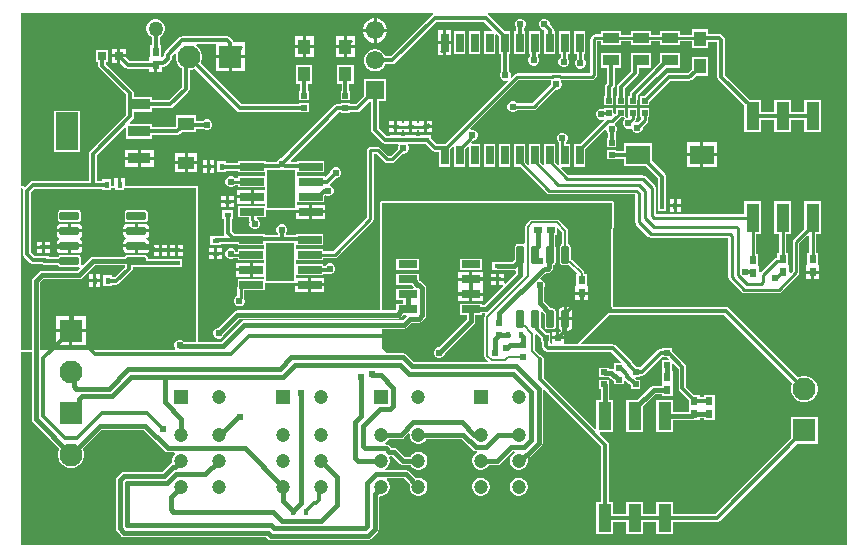
<source format=gtl>
G04*
G04 #@! TF.GenerationSoftware,Altium Limited,Altium Designer,22.2.1 (43)*
G04*
G04 Layer_Physical_Order=1*
G04 Layer_Color=255*
%FSLAX25Y25*%
%MOIN*%
G70*
G04*
G04 #@! TF.SameCoordinates,4D9873E2-C187-445E-AA94-CFDCCC1DA697*
G04*
G04*
G04 #@! TF.FilePolarity,Positive*
G04*
G01*
G75*
%ADD17R,0.02441X0.01654*%
%ADD18R,0.05315X0.04331*%
%ADD19R,0.01968X0.01870*%
%ADD20R,0.01654X0.02441*%
%ADD21R,0.02362X0.02953*%
%ADD22R,0.07480X0.12598*%
%ADD23R,0.07480X0.03740*%
%ADD24R,0.02756X0.02756*%
G04:AMPARAMS|DCode=25|XSize=25.59mil|YSize=64.96mil|CornerRadius=1.92mil|HoleSize=0mil|Usage=FLASHONLY|Rotation=270.000|XOffset=0mil|YOffset=0mil|HoleType=Round|Shape=RoundedRectangle|*
%AMROUNDEDRECTD25*
21,1,0.02559,0.06112,0,0,270.0*
21,1,0.02175,0.06496,0,0,270.0*
1,1,0.00384,-0.03056,-0.01088*
1,1,0.00384,-0.03056,0.01088*
1,1,0.00384,0.03056,0.01088*
1,1,0.00384,0.03056,-0.01088*
%
%ADD25ROUNDEDRECTD25*%
%ADD26R,0.01870X0.01968*%
G04:AMPARAMS|DCode=27|XSize=23.62mil|YSize=57.09mil|CornerRadius=2.01mil|HoleSize=0mil|Usage=FLASHONLY|Rotation=180.000|XOffset=0mil|YOffset=0mil|HoleType=Round|Shape=RoundedRectangle|*
%AMROUNDEDRECTD27*
21,1,0.02362,0.05307,0,0,180.0*
21,1,0.01961,0.05709,0,0,180.0*
1,1,0.00402,-0.00980,0.02653*
1,1,0.00402,0.00980,0.02653*
1,1,0.00402,0.00980,-0.02653*
1,1,0.00402,-0.00980,-0.02653*
%
%ADD27ROUNDEDRECTD27*%
%ADD28R,0.02362X0.02756*%
%ADD29R,0.04449X0.09606*%
%ADD30R,0.07874X0.02559*%
%ADD31R,0.09409X0.12598*%
%ADD32R,0.02559X0.06496*%
%ADD33R,0.04331X0.04921*%
%ADD34R,0.05512X0.03543*%
%ADD35R,0.07874X0.06299*%
%ADD36R,0.06299X0.02559*%
%ADD37R,0.02756X0.02362*%
%ADD64C,0.06102*%
%ADD65R,0.06102X0.06102*%
%ADD67C,0.01000*%
%ADD68C,0.01500*%
%ADD69C,0.01400*%
%ADD70C,0.00800*%
%ADD71C,0.00600*%
%ADD72C,0.04724*%
%ADD73R,0.04724X0.04724*%
%ADD74R,0.07677X0.07677*%
%ADD75C,0.07677*%
%ADD76R,0.07677X0.07677*%
%ADD77C,0.02400*%
%ADD78C,0.23622*%
%ADD79C,0.05000*%
G36*
X275590D02*
X0D01*
Y64351D01*
X3624D01*
Y41831D01*
X3728Y41304D01*
X4027Y40857D01*
X12810Y32074D01*
X12636Y31772D01*
X12333Y30643D01*
Y29475D01*
X12636Y28346D01*
X13220Y27334D01*
X14046Y26507D01*
X15058Y25923D01*
X16187Y25620D01*
X17356D01*
X18485Y25923D01*
X19497Y26507D01*
X20323Y27334D01*
X20908Y28346D01*
X21210Y29475D01*
Y30643D01*
X20908Y31772D01*
X20733Y32074D01*
X26952Y38293D01*
X39180D01*
Y38243D01*
X40874D01*
X47978Y31139D01*
X48424Y30841D01*
X48951Y30736D01*
X51258D01*
X51448Y30236D01*
X51031Y29819D01*
X50641Y29143D01*
X50439Y28390D01*
Y27610D01*
X50207Y27237D01*
X50136Y27222D01*
X49689Y26924D01*
X49689Y26924D01*
X47142Y24376D01*
X34464D01*
X33938Y24272D01*
X33491Y23973D01*
X33491Y23973D01*
X32027Y22509D01*
X31728Y22062D01*
X31624Y21535D01*
Y5464D01*
X31728Y4938D01*
X32027Y4491D01*
X33491Y3027D01*
X33491Y3027D01*
X33938Y2728D01*
X34464Y2623D01*
X81894D01*
X82491Y2027D01*
X82491Y2027D01*
X82938Y1728D01*
X83464Y1623D01*
X115657D01*
X116184Y1728D01*
X116630Y2027D01*
X118973Y4370D01*
X118973Y4370D01*
X119272Y4816D01*
X119376Y5343D01*
Y15921D01*
X119610Y16376D01*
X120390D01*
X121143Y16578D01*
X121819Y16968D01*
X122370Y17520D01*
X122760Y18195D01*
X122962Y18949D01*
Y19729D01*
X122760Y20482D01*
X122370Y21157D01*
X121953Y21574D01*
X122144Y22074D01*
X127916D01*
X129768Y20222D01*
X129636Y19729D01*
Y18949D01*
X129838Y18195D01*
X130228Y17520D01*
X130780Y16968D01*
X131455Y16578D01*
X132208Y16376D01*
X132988D01*
X133742Y16578D01*
X134417Y16968D01*
X134969Y17520D01*
X135359Y18195D01*
X135561Y18949D01*
Y19729D01*
X135359Y20482D01*
X134969Y21157D01*
X134417Y21709D01*
X133742Y22099D01*
X132988Y22301D01*
X132208D01*
X131715Y22169D01*
X129460Y24424D01*
X129013Y24723D01*
X128486Y24827D01*
X121429D01*
X121295Y25327D01*
X121819Y25630D01*
X122370Y26181D01*
X122760Y26857D01*
X122962Y27610D01*
Y28390D01*
X122760Y29143D01*
X122758Y29147D01*
X123060Y29624D01*
X123930D01*
X126527Y27027D01*
X126973Y26728D01*
X127500Y26624D01*
X129973D01*
X130228Y26181D01*
X130780Y25630D01*
X131455Y25240D01*
X132208Y25038D01*
X132988D01*
X133742Y25240D01*
X134417Y25630D01*
X134969Y26181D01*
X135359Y26857D01*
X135561Y27610D01*
Y28390D01*
X135359Y29143D01*
X134969Y29819D01*
X134417Y30370D01*
X133742Y30760D01*
X132988Y30962D01*
X132208D01*
X131455Y30760D01*
X130780Y30370D01*
X130228Y29819D01*
X129973Y29376D01*
X128070D01*
X125473Y31973D01*
X125027Y32272D01*
X124500Y32376D01*
X123386D01*
X122677Y33086D01*
X122230Y33384D01*
X121703Y33489D01*
X121429D01*
X121295Y33989D01*
X121819Y34291D01*
X122370Y34843D01*
X122626Y35285D01*
X126783D01*
X127310Y35390D01*
X127756Y35688D01*
X129148Y37080D01*
X129636Y36861D01*
Y36271D01*
X129838Y35518D01*
X130228Y34843D01*
X130780Y34291D01*
X131455Y33901D01*
X132208Y33699D01*
X132988D01*
X133742Y33901D01*
X134417Y34291D01*
X134969Y34843D01*
X135224Y35285D01*
X147016D01*
X150725Y31576D01*
X150725Y31576D01*
X151172Y31277D01*
X151698Y31173D01*
X151972D01*
X152106Y30673D01*
X151583Y30370D01*
X151031Y29819D01*
X150641Y29143D01*
X150439Y28390D01*
Y27610D01*
X150641Y26857D01*
X151031Y26181D01*
X151583Y25630D01*
X152258Y25240D01*
X153012Y25038D01*
X153792D01*
X154545Y25240D01*
X155220Y25630D01*
X155772Y26181D01*
X156027Y26624D01*
X158899D01*
X159425Y26728D01*
X159872Y27027D01*
X164018Y31173D01*
X164571D01*
X164705Y30673D01*
X164181Y30370D01*
X163630Y29819D01*
X163240Y29143D01*
X163038Y28390D01*
Y27610D01*
X163240Y26857D01*
X163630Y26181D01*
X164181Y25630D01*
X164857Y25240D01*
X165610Y25038D01*
X166390D01*
X167143Y25240D01*
X167819Y25630D01*
X168370Y26181D01*
X168760Y26857D01*
X168962Y27610D01*
Y28390D01*
X169266Y28778D01*
X169712Y29076D01*
X173585Y32949D01*
X173585Y32949D01*
X173884Y33396D01*
X173989Y33922D01*
Y51505D01*
X174489Y51713D01*
X193399Y32802D01*
Y14340D01*
X191900D01*
Y3534D01*
X197549D01*
Y7611D01*
X201900D01*
Y3534D01*
X207549D01*
Y7611D01*
X211900D01*
Y3534D01*
X217549D01*
Y7611D01*
X232008D01*
X232515Y7712D01*
X232945Y8000D01*
X258617Y33672D01*
X265620D01*
Y42549D01*
X256743D01*
Y35546D01*
X231459Y10262D01*
X217549D01*
Y14340D01*
X211900D01*
Y10262D01*
X207549D01*
Y14340D01*
X201900D01*
Y10262D01*
X197549D01*
Y14340D01*
X196050D01*
Y33351D01*
X195949Y33858D01*
X195662Y34288D01*
X192981Y36970D01*
X193172Y37431D01*
X197549D01*
Y48238D01*
X196101D01*
Y53280D01*
X196101Y53280D01*
X196084Y53363D01*
Y55000D01*
X192916D01*
Y51930D01*
X193348D01*
Y48238D01*
X191900D01*
Y38704D01*
X191438Y38512D01*
X174326Y55625D01*
Y62000D01*
X174225Y62507D01*
X173937Y62937D01*
X173507Y63225D01*
X173145Y63297D01*
X171520Y64922D01*
Y69930D01*
X172020Y70137D01*
X173447Y68710D01*
Y67416D01*
X173657D01*
Y66320D01*
X173758Y65813D01*
X174045Y65383D01*
X174865Y64563D01*
X175295Y64275D01*
X175802Y64174D01*
X196810D01*
X199952Y61032D01*
X199761Y60570D01*
X197916D01*
Y58812D01*
X197416Y58545D01*
X197353Y58587D01*
X196826Y58691D01*
X196084D01*
Y59035D01*
X192916D01*
Y55965D01*
X194552D01*
X194685Y55939D01*
X194685Y55939D01*
X196256D01*
X196818Y55377D01*
X197264Y55079D01*
X197466Y55039D01*
X197916Y54588D01*
Y53465D01*
X201084D01*
Y54546D01*
X201584Y54753D01*
X202374Y53963D01*
X202804Y53676D01*
X202924Y53652D01*
X203416Y53161D01*
Y51965D01*
X206584D01*
Y55035D01*
X205290D01*
X204825Y55500D01*
X205032Y56000D01*
X206584D01*
Y56318D01*
X206981D01*
X207489Y56419D01*
X207919Y56706D01*
X213501Y62288D01*
X213916Y62500D01*
Y62500D01*
X213916Y62500D01*
X215449D01*
X215952Y61997D01*
X215761Y61535D01*
X213916D01*
Y58465D01*
X213916D01*
X213884Y57978D01*
X213719D01*
Y54147D01*
X213719Y54022D01*
Y53647D01*
X213719Y53546D01*
X213662Y53046D01*
X210981D01*
X210454Y52941D01*
X210007Y52643D01*
X210007Y52643D01*
X205602Y48238D01*
X201900D01*
Y37431D01*
X207549D01*
Y46291D01*
X211551Y50293D01*
X213719D01*
Y49691D01*
X217281D01*
Y53522D01*
X217281Y53647D01*
Y54022D01*
X217281Y54147D01*
Y57978D01*
X217116D01*
X217084Y58465D01*
X217084D01*
Y60211D01*
X217546Y60403D01*
X219278Y58671D01*
Y52093D01*
X219379Y51586D01*
X219666Y51156D01*
X222719Y48103D01*
Y46147D01*
X222719Y46022D01*
Y45647D01*
X222719Y45522D01*
Y44211D01*
X217549D01*
Y48238D01*
X211900D01*
Y37431D01*
X217549D01*
Y41458D01*
X223862D01*
X224389Y41563D01*
X224581Y41691D01*
X226281D01*
Y42293D01*
X227719D01*
Y41691D01*
X231281D01*
Y45522D01*
X231281Y45647D01*
Y46022D01*
X231281Y46147D01*
Y49978D01*
X227719D01*
Y49325D01*
X226281D01*
Y49978D01*
X224593D01*
X221929Y52642D01*
Y59220D01*
X221828Y59727D01*
X221541Y60157D01*
X217084Y64614D01*
Y65570D01*
X213916D01*
Y65361D01*
X213374D01*
X212866Y65260D01*
X212437Y64973D01*
X206534Y59070D01*
X205290D01*
X204017Y60343D01*
X203960Y60630D01*
X203673Y61060D01*
X198296Y66437D01*
X197866Y66725D01*
X197359Y66825D01*
X186897D01*
X186706Y67287D01*
X196093Y76674D01*
X234522D01*
X257246Y53951D01*
X257045Y53603D01*
X256743Y52474D01*
Y51305D01*
X257045Y50177D01*
X257629Y49164D01*
X258456Y48338D01*
X259468Y47754D01*
X260597Y47451D01*
X261766D01*
X262894Y47754D01*
X263907Y48338D01*
X264733Y49164D01*
X265317Y50177D01*
X265620Y51305D01*
Y52474D01*
X265317Y53603D01*
X264733Y54615D01*
X263907Y55441D01*
X262894Y56026D01*
X261766Y56328D01*
X260597D01*
X259468Y56026D01*
X259120Y55825D01*
X236008Y78937D01*
X235578Y79225D01*
X235071Y79325D01*
X197577D01*
X197548Y79354D01*
X197423Y79657D01*
Y104963D01*
X197548Y105266D01*
X197600Y105318D01*
Y105447D01*
X197649Y105567D01*
Y114000D01*
X197459Y114459D01*
X197000Y114649D01*
X120500D01*
X120041Y114459D01*
X119851Y114000D01*
Y78092D01*
X72216D01*
X72216Y78092D01*
X71689Y77987D01*
X71242Y77689D01*
X71242Y77689D01*
X65853Y72300D01*
X65642D01*
X64980Y72026D01*
X64474Y71520D01*
X64200Y70858D01*
Y70142D01*
X64474Y69480D01*
X64980Y68974D01*
X65642Y68700D01*
X66358D01*
X67020Y68974D01*
X67526Y69480D01*
X67800Y70142D01*
Y70353D01*
X72786Y75339D01*
X125690D01*
X126217Y75444D01*
X126663Y75742D01*
X127542Y76621D01*
X128435D01*
X128642Y76121D01*
X127277Y74755D01*
X74379D01*
X74379Y74755D01*
X73852Y74650D01*
X73405Y74352D01*
X66762Y67708D01*
X59149D01*
Y119000D01*
X58959Y119459D01*
X58500Y119649D01*
X34827Y119649D01*
Y122221D01*
X33500D01*
Y120000D01*
X32500D01*
Y122221D01*
X31173D01*
Y119649D01*
X30096D01*
Y121820D01*
X27243D01*
Y121326D01*
X25326D01*
Y129694D01*
X34765Y139133D01*
X35227Y138942D01*
Y135325D01*
X43907D01*
Y136470D01*
X52067D01*
X52574Y136571D01*
X53004Y136858D01*
X53735Y137589D01*
X58376D01*
Y138674D01*
X60780D01*
X60980Y138474D01*
X61642Y138200D01*
X62358D01*
X63020Y138474D01*
X63526Y138980D01*
X63800Y139642D01*
Y140358D01*
X63526Y141020D01*
X63020Y141526D01*
X62358Y141800D01*
X61642D01*
X60980Y141526D01*
X60780Y141325D01*
X58376D01*
Y143120D01*
X51861D01*
Y139463D01*
X51518Y139121D01*
X43907D01*
Y140265D01*
X36551D01*
X36359Y140727D01*
X37464Y141832D01*
X37751Y142262D01*
X37852Y142769D01*
Y144380D01*
X43907D01*
Y145525D01*
X49850D01*
X50358Y145626D01*
X50788Y145913D01*
X55937Y151063D01*
X56225Y151493D01*
X56326Y152000D01*
Y158160D01*
X56687D01*
X57816Y158462D01*
X58163Y158663D01*
X72144Y144683D01*
X72574Y144395D01*
X73081Y144295D01*
X92904D01*
Y144085D01*
X96073D01*
Y147155D01*
X92904D01*
Y146946D01*
X73630D01*
X60038Y160538D01*
X60238Y160885D01*
X60541Y162014D01*
Y163183D01*
X60238Y164312D01*
X59654Y165324D01*
X58828Y166150D01*
X58548Y166312D01*
X58682Y166812D01*
X65043D01*
Y163098D01*
X69882D01*
X74720D01*
Y167437D01*
X71144D01*
X71106Y167625D01*
X70819Y168055D01*
X69800Y169074D01*
X69370Y169362D01*
X68863Y169463D01*
X53808D01*
X53301Y169362D01*
X52871Y169074D01*
X48063Y164266D01*
X47775Y163836D01*
X47675Y163329D01*
Y162811D01*
X47594Y162751D01*
X47181Y162476D01*
X46781Y162718D01*
Y166407D01*
X46325D01*
Y169186D01*
X46903Y169519D01*
X47481Y170097D01*
X47889Y170803D01*
X48100Y171592D01*
Y172408D01*
X47889Y173197D01*
X47481Y173903D01*
X46903Y174481D01*
X46197Y174889D01*
X45408Y175100D01*
X44592D01*
X43803Y174889D01*
X43097Y174481D01*
X42519Y173903D01*
X42111Y173197D01*
X41900Y172408D01*
Y171592D01*
X42111Y170803D01*
X42519Y170097D01*
X43097Y169519D01*
X43674Y169186D01*
Y166407D01*
X43219D01*
Y162476D01*
X42819D01*
Y161326D01*
X36305D01*
X35134Y162496D01*
Y162500D01*
X33256D01*
Y160622D01*
X33259D01*
X34819Y159063D01*
X35249Y158775D01*
X35756Y158675D01*
X42819D01*
Y157524D01*
X44500D01*
Y160000D01*
X45500D01*
Y157524D01*
X47181D01*
Y159088D01*
X47414D01*
X47921Y159189D01*
X48351Y159476D01*
X49937Y161063D01*
X50225Y161493D01*
X50326Y162000D01*
Y162780D01*
X51299Y163753D01*
X51747Y163495D01*
X51664Y163183D01*
Y162014D01*
X51966Y160885D01*
X52551Y159873D01*
X53377Y159047D01*
X53675Y158875D01*
Y152549D01*
X49301Y148176D01*
X43907D01*
Y149320D01*
X38305D01*
X38197Y149342D01*
X38197Y149342D01*
X37652D01*
Y150630D01*
X37551Y151137D01*
X37264Y151567D01*
X28570Y160262D01*
Y161022D01*
X29222D01*
Y164978D01*
X25266D01*
Y161022D01*
X25919D01*
Y159713D01*
X26020Y159205D01*
X26307Y158775D01*
X35001Y150081D01*
Y148221D01*
X35102Y147713D01*
X35227Y147527D01*
Y145808D01*
X35201Y145680D01*
Y143318D01*
X23063Y131180D01*
X22775Y130750D01*
X22674Y130243D01*
Y121326D01*
X4000D01*
X3493Y121225D01*
X3063Y120937D01*
X1460Y119335D01*
X962Y119459D01*
X811Y119522D01*
X683Y119624D01*
X590Y119614D01*
X503Y119649D01*
X0D01*
Y177165D01*
X137321D01*
X137350Y177090D01*
X137404Y176665D01*
X137063Y176437D01*
X123368Y162743D01*
X121535D01*
X121513Y162827D01*
X121032Y163659D01*
X120352Y164339D01*
X119519Y164820D01*
X118591Y165069D01*
X117630D01*
X116701Y164820D01*
X115868Y164339D01*
X115189Y163659D01*
X114708Y162827D01*
X114459Y161898D01*
Y160937D01*
X114708Y160008D01*
X115189Y159176D01*
X115868Y158496D01*
X116701Y158015D01*
X117630Y157766D01*
X118591D01*
X119519Y158015D01*
X120352Y158496D01*
X121032Y159176D01*
X121513Y160008D01*
X121535Y160092D01*
X123917D01*
X124425Y160193D01*
X124855Y160480D01*
X138549Y174174D01*
X154597D01*
X157095Y171676D01*
X156904Y171214D01*
X154431D01*
Y163518D01*
X158191D01*
Y169927D01*
X158652Y170119D01*
X159432Y169340D01*
Y163518D01*
X159985D01*
Y157531D01*
X159974Y157520D01*
X159700Y156858D01*
Y156142D01*
X159974Y155480D01*
X160480Y154974D01*
X161142Y154700D01*
X161858D01*
X162069Y154787D01*
X162352Y154363D01*
X141604Y133616D01*
X140859D01*
X140732Y133641D01*
X138627D01*
X136820Y135448D01*
Y136427D01*
X133179D01*
Y136326D01*
X131820D01*
Y136427D01*
X128180D01*
Y136326D01*
X126821D01*
Y136427D01*
X123179D01*
Y136326D01*
X122049D01*
X119436Y138939D01*
Y147766D01*
X121761D01*
Y155069D01*
X114459D01*
Y149641D01*
X111719Y146900D01*
X109852D01*
Y147110D01*
X106684D01*
Y146900D01*
X105575D01*
X105068Y146799D01*
X104638Y146512D01*
X86926Y128800D01*
X86642D01*
X85980Y128526D01*
X85474Y128020D01*
X85311Y127625D01*
X81679D01*
Y127880D01*
X72605D01*
Y127325D01*
X68427D01*
Y127821D01*
X65573D01*
Y124179D01*
X68427D01*
Y124674D01*
X72605D01*
Y124120D01*
X81581D01*
Y122880D01*
X72605D01*
Y122122D01*
X71424D01*
X71020Y122526D01*
X70358Y122800D01*
X69642D01*
X68980Y122526D01*
X68474Y122020D01*
X68200Y121358D01*
Y120642D01*
X68474Y119980D01*
X68980Y119474D01*
X69642Y119200D01*
X70358D01*
X71020Y119474D01*
X71424Y119878D01*
X72605D01*
Y119121D01*
X81581D01*
Y118280D01*
X77642D01*
Y116000D01*
Y113721D01*
X81581D01*
Y112880D01*
X72605D01*
Y109121D01*
X76020D01*
Y108232D01*
X76020Y108232D01*
X76106Y107803D01*
X76278Y107546D01*
X76200Y107358D01*
Y106642D01*
X76474Y105980D01*
X76980Y105474D01*
X77642Y105200D01*
X78358D01*
X79020Y105474D01*
X79526Y105980D01*
X79800Y106642D01*
Y107358D01*
X79526Y108020D01*
X79020Y108526D01*
X78791Y108621D01*
X78891Y109121D01*
X81679D01*
Y111601D01*
X91693D01*
Y111500D01*
X96130D01*
Y113279D01*
X92190D01*
Y114120D01*
X101167D01*
Y116005D01*
X101590Y116428D01*
X102142Y116200D01*
X102858D01*
X103520Y116474D01*
X104026Y116980D01*
X104300Y117642D01*
Y118358D01*
X104026Y119020D01*
X103520Y119526D01*
X103218Y119651D01*
X103178Y119709D01*
X103111Y120236D01*
X105075Y122200D01*
X105358D01*
X106020Y122474D01*
X106526Y122980D01*
X106800Y123642D01*
Y124358D01*
X106526Y125020D01*
X106020Y125526D01*
X105358Y125800D01*
X104642D01*
X103980Y125526D01*
X103474Y125020D01*
X103200Y124358D01*
Y124074D01*
X101667Y122541D01*
X101167Y122749D01*
Y122880D01*
X92190D01*
Y124120D01*
X101167D01*
Y127880D01*
X92093D01*
Y127625D01*
X90153D01*
X89961Y128087D01*
X106124Y144249D01*
X106684D01*
Y144040D01*
X109852D01*
Y144249D01*
X112268D01*
X112775Y144350D01*
X113205Y144638D01*
X116285Y147717D01*
X116785Y147648D01*
Y138390D01*
X116886Y137883D01*
X117173Y137452D01*
X120563Y134063D01*
X120993Y133775D01*
X121500Y133675D01*
X123179D01*
Y133573D01*
X125774D01*
X125955Y133073D01*
X125700Y132458D01*
Y131886D01*
X123350Y129536D01*
X122550D01*
X119793Y132293D01*
X119429Y132536D01*
X119000Y132622D01*
X119000Y132622D01*
X116500D01*
X116071Y132536D01*
X115707Y132293D01*
X115464Y131929D01*
X115378Y131500D01*
Y108965D01*
X104161Y97748D01*
X100848D01*
Y98506D01*
X91872D01*
Y99747D01*
X100848D01*
Y103506D01*
X91774D01*
Y103251D01*
X88337D01*
X88296Y103751D01*
X88526Y103980D01*
X88800Y104642D01*
Y105358D01*
X88526Y106020D01*
X88020Y106526D01*
X87358Y106800D01*
X86642D01*
X85980Y106526D01*
X85474Y106020D01*
X85200Y105358D01*
Y104642D01*
X85474Y103980D01*
X85616Y103838D01*
Y103251D01*
X81360D01*
Y103506D01*
X76371D01*
X76243Y103531D01*
X71343D01*
X70325Y104549D01*
Y108641D01*
X70820D01*
Y111495D01*
X67180D01*
Y108641D01*
X67674D01*
Y104000D01*
X67775Y103493D01*
X67902Y103304D01*
X67634Y102804D01*
X65148D01*
X64914Y102757D01*
X63179D01*
Y99904D01*
X66821D01*
Y100153D01*
X72286D01*
Y99747D01*
X81262D01*
Y98506D01*
X72286D01*
Y97663D01*
X71674D01*
X71526Y98020D01*
X71020Y98526D01*
X70358Y98800D01*
X69642D01*
X68980Y98526D01*
X68474Y98020D01*
X68200Y97358D01*
Y96642D01*
X68474Y95980D01*
X68980Y95474D01*
X69642Y95200D01*
X70358D01*
X70889Y95420D01*
X72286D01*
Y94747D01*
X81262D01*
Y93906D01*
X77323D01*
Y91626D01*
Y89346D01*
X81262D01*
Y88506D01*
X72286D01*
Y85955D01*
X72264Y85847D01*
X72264Y85846D01*
Y82922D01*
X71815Y82736D01*
X71309Y82230D01*
X71035Y81568D01*
Y80852D01*
X71309Y80190D01*
X71815Y79684D01*
X72477Y79410D01*
X73193D01*
X73854Y79684D01*
X74361Y80190D01*
X74635Y80852D01*
Y81568D01*
X74472Y81961D01*
X74507Y82140D01*
X74507Y82140D01*
Y84746D01*
X81360D01*
Y87227D01*
X91374D01*
Y87126D01*
X95811D01*
Y88906D01*
X91872D01*
Y89746D01*
X100848D01*
Y90301D01*
X102355D01*
X102385Y90306D01*
X102642Y90200D01*
X103358D01*
X104020Y90474D01*
X104526Y90980D01*
X104800Y91642D01*
Y92358D01*
X104526Y93020D01*
X104020Y93526D01*
X103358Y93800D01*
X102642D01*
X101980Y93526D01*
X101474Y93020D01*
X101446Y92952D01*
X100848D01*
Y93506D01*
X91872D01*
Y94747D01*
X100848D01*
Y95504D01*
X104626D01*
X104626Y95504D01*
X105055Y95590D01*
X105419Y95833D01*
X117293Y107707D01*
X117293Y107707D01*
X117536Y108071D01*
X117622Y108500D01*
Y130378D01*
X118535D01*
X121293Y127621D01*
X121293Y127621D01*
X121657Y127378D01*
X122086Y127293D01*
X122086Y127293D01*
X123814D01*
X123814Y127293D01*
X124243Y127378D01*
X124607Y127621D01*
X127286Y130300D01*
X127858D01*
X128520Y130574D01*
X129026Y131080D01*
X129300Y131742D01*
Y132458D01*
X129045Y133073D01*
X129226Y133573D01*
X131820D01*
Y133675D01*
X133179D01*
Y133573D01*
X134946D01*
X137141Y131379D01*
X137571Y131091D01*
X138078Y130990D01*
X139432D01*
Y125920D01*
X143191D01*
Y132030D01*
X143970Y132809D01*
X144431Y132617D01*
Y125920D01*
X148190D01*
Y132030D01*
X148969Y132809D01*
X149432Y132617D01*
Y125920D01*
X153191D01*
Y133616D01*
X150430D01*
X150239Y134078D01*
X150863Y134702D01*
X151520Y134974D01*
X152026Y135480D01*
X152300Y136142D01*
Y136858D01*
X152026Y137520D01*
X151520Y138026D01*
X150858Y138300D01*
X150168D01*
X150103Y138372D01*
X149903Y138742D01*
X166039Y154878D01*
X176626D01*
X176731Y154771D01*
X176916Y154378D01*
X176700Y153858D01*
Y153286D01*
X170535Y147122D01*
X165424D01*
X165020Y147526D01*
X164358Y147800D01*
X163642D01*
X162980Y147526D01*
X162474Y147020D01*
X162200Y146358D01*
Y145642D01*
X162474Y144980D01*
X162980Y144474D01*
X163642Y144200D01*
X164358D01*
X165020Y144474D01*
X165424Y144878D01*
X171000D01*
X171000Y144878D01*
X171429Y144964D01*
X171793Y145207D01*
X178286Y151700D01*
X178858D01*
X179520Y151974D01*
X180026Y152480D01*
X180300Y153142D01*
Y153858D01*
X180084Y154378D01*
X180270Y154771D01*
X180374Y154878D01*
X190414D01*
X190414Y154878D01*
X190843Y154964D01*
X191207Y155207D01*
X191793Y155793D01*
X191793Y155793D01*
X192036Y156157D01*
X192122Y156586D01*
Y167878D01*
X193494D01*
Y166526D01*
X200206D01*
Y167776D01*
X203337D01*
Y166526D01*
X210049D01*
Y167776D01*
X213179D01*
Y166526D01*
X219891D01*
Y167776D01*
X223613D01*
Y165640D01*
X229143D01*
Y167675D01*
X232131D01*
X232174Y167631D01*
Y156027D01*
X232275Y155520D01*
X232563Y155090D01*
X241176Y146477D01*
Y137546D01*
X246824D01*
Y141623D01*
X251176D01*
Y137546D01*
X256824D01*
Y141623D01*
X261176D01*
Y137546D01*
X266824D01*
Y148352D01*
X261176D01*
Y144274D01*
X256824D01*
Y148352D01*
X251176D01*
Y144274D01*
X246824D01*
Y148352D01*
X243050D01*
X234825Y156577D01*
Y168180D01*
X234725Y168687D01*
X234437Y169117D01*
X233617Y169937D01*
X233187Y170225D01*
X232680Y170326D01*
X229143D01*
Y171761D01*
X223613D01*
Y170019D01*
X219891D01*
Y171269D01*
X213179D01*
Y170019D01*
X210049D01*
Y171269D01*
X203337D01*
Y170019D01*
X200206D01*
Y171269D01*
X193494D01*
Y170122D01*
X191586D01*
X191157Y170036D01*
X190793Y169793D01*
X190793Y169793D01*
X190207Y169207D01*
X189964Y168843D01*
X189878Y168414D01*
X189878Y168414D01*
Y157122D01*
X180219D01*
X180048Y157236D01*
X179618Y157322D01*
X179618Y157322D01*
X177382D01*
X176952Y157236D01*
X176781Y157122D01*
X165575D01*
X165146Y157036D01*
X164782Y156793D01*
X164782Y156793D01*
X163637Y155648D01*
X163213Y155931D01*
X163300Y156142D01*
Y156858D01*
X163026Y157520D01*
X162636Y157909D01*
Y163518D01*
X163190D01*
Y171214D01*
X161306D01*
X156083Y176437D01*
X155742Y176665D01*
X155795Y177090D01*
X155825Y177165D01*
X275590D01*
Y0D01*
D02*
G37*
G36*
X31573Y119000D02*
Y118180D01*
X34427D01*
Y119000D01*
X58500Y119000D01*
Y67708D01*
X54337D01*
X54020Y68026D01*
X53358Y68300D01*
X52642D01*
X51980Y68026D01*
X51474Y67520D01*
X51200Y66858D01*
Y66142D01*
X51474Y65480D01*
X51493Y65462D01*
X51301Y65000D01*
X6376D01*
Y87430D01*
X7570Y88624D01*
X19500D01*
X20027Y88728D01*
X20473Y89027D01*
X24639Y93193D01*
X34642D01*
Y92590D01*
X31378Y89325D01*
X30427D01*
Y89820D01*
X27573D01*
Y86180D01*
X30427D01*
Y86674D01*
X31927D01*
X32434Y86775D01*
X32864Y87063D01*
X36905Y91104D01*
X37192Y91534D01*
X37293Y92041D01*
Y92674D01*
X40616D01*
X40712Y92610D01*
X41219Y92509D01*
X44747D01*
Y92408D01*
X48388D01*
Y92509D01*
X50180D01*
Y92408D01*
X53821D01*
Y95262D01*
X50180D01*
Y95160D01*
X48388D01*
Y95261D01*
X44747D01*
Y95160D01*
X42379D01*
Y95657D01*
X42318Y95966D01*
X42143Y96228D01*
X41881Y96403D01*
X41572Y96464D01*
X35460D01*
X35151Y96403D01*
X34889Y96228D01*
X34714Y95966D01*
X34710Y95946D01*
X24069D01*
X23542Y95841D01*
X23096Y95542D01*
X20707Y93154D01*
X20582Y93167D01*
X20135Y93481D01*
Y95657D01*
X20074Y95966D01*
X19899Y96228D01*
X19637Y96403D01*
X19328Y96464D01*
X13216D01*
X12907Y96403D01*
X12644Y96228D01*
X12511Y96027D01*
X9387D01*
Y96261D01*
X5746D01*
Y96160D01*
X4714D01*
X3325Y97549D01*
Y117451D01*
X4549Y118675D01*
X27243D01*
Y118180D01*
X30096D01*
Y119000D01*
X31573D01*
D02*
G37*
G36*
X775Y118507D02*
X674Y118000D01*
Y97000D01*
X775Y96493D01*
X1063Y96063D01*
X3228Y93897D01*
X3658Y93610D01*
X4165Y93509D01*
X5746D01*
Y93408D01*
X7541D01*
X7700Y93376D01*
X12429D01*
X12470Y93172D01*
X12644Y92910D01*
X12907Y92735D01*
X13216Y92674D01*
X19328D01*
X19642Y92227D01*
X19655Y92102D01*
X18930Y91376D01*
X7000D01*
X7000Y91377D01*
X6473Y91272D01*
X6027Y90973D01*
X4027Y88973D01*
X3728Y88527D01*
X3624Y88000D01*
Y65000D01*
X0D01*
Y119000D01*
X503D01*
X775Y118507D01*
D02*
G37*
G36*
X197000Y105567D02*
X196963Y105552D01*
X196773Y105092D01*
Y79528D01*
X196963Y79069D01*
X197000Y79054D01*
Y78500D01*
X185326Y66825D01*
X181374D01*
X180953Y67016D01*
X180953Y67326D01*
Y68500D01*
X179018D01*
X177083D01*
Y67275D01*
X176630Y67013D01*
X176517Y67416D01*
X176517D01*
Y70584D01*
X175322D01*
X173307Y72599D01*
Y74791D01*
X173297Y74840D01*
Y77494D01*
X173797Y77701D01*
X174703Y76795D01*
Y72618D01*
X174765Y72306D01*
X174942Y72041D01*
X175207Y71864D01*
X175520Y71802D01*
X177480D01*
X177793Y71864D01*
X178058Y72041D01*
X178235Y72306D01*
X178297Y72618D01*
Y77925D01*
X178235Y78238D01*
X178058Y78503D01*
X177793Y78680D01*
X177480Y78742D01*
X176650D01*
X174376Y81015D01*
Y85260D01*
X174562Y85445D01*
X174836Y86106D01*
Y86822D01*
X174562Y87484D01*
X174055Y87990D01*
X173394Y88265D01*
X173317D01*
X173110Y88765D01*
X174593Y90247D01*
X174749Y90278D01*
X175195Y90577D01*
X175242Y90624D01*
X175621D01*
X176148Y90728D01*
X176595Y91027D01*
X177042Y91474D01*
X177042Y91474D01*
X177341Y91921D01*
X177445Y92448D01*
Y93258D01*
X177480D01*
X177793Y93321D01*
X178058Y93498D01*
X178235Y93762D01*
X178297Y94075D01*
Y99382D01*
X178235Y99694D01*
X178058Y99959D01*
X178042Y99970D01*
Y103219D01*
X178809D01*
Y105469D01*
X179271Y105660D01*
X180582Y104348D01*
Y100198D01*
X180520D01*
X180207Y100136D01*
X179942Y99959D01*
X179765Y99694D01*
X179703Y99382D01*
Y94075D01*
X179765Y93762D01*
X179942Y93498D01*
X180207Y93321D01*
X180520Y93258D01*
X182371D01*
X182381Y93256D01*
X182889D01*
X185540Y90605D01*
X185349Y90143D01*
X185219D01*
Y86212D01*
X184819D01*
Y84335D01*
X187000D01*
X189181D01*
Y86212D01*
X188781D01*
Y90143D01*
X187918D01*
Y90443D01*
X187848Y90794D01*
X187649Y91092D01*
X183918Y94823D01*
X183621Y95022D01*
X183297Y95086D01*
Y99382D01*
X183235Y99694D01*
X183058Y99959D01*
X182793Y100136D01*
X182480Y100198D01*
X182418D01*
Y104728D01*
X182348Y105079D01*
X182149Y105377D01*
X179396Y108130D01*
X179098Y108329D01*
X178747Y108399D01*
X170584D01*
X170232Y108329D01*
X169935Y108130D01*
X168332Y106527D01*
X168133Y106230D01*
X168063Y105879D01*
Y100553D01*
X168015Y100479D01*
X167563Y100182D01*
X167480Y100198D01*
X165520D01*
X165207Y100136D01*
X164942Y99959D01*
X164765Y99694D01*
X164703Y99382D01*
Y95205D01*
X163705Y94207D01*
X160820D01*
Y94257D01*
X157179D01*
Y91404D01*
X160820D01*
Y91454D01*
X164275D01*
X164623Y91523D01*
X165124Y91218D01*
Y90469D01*
X161721Y87066D01*
X161221Y87273D01*
Y88000D01*
X159500D01*
Y86673D01*
X160620D01*
X160828Y86173D01*
X154531Y79876D01*
X153781D01*
Y80379D01*
X146282D01*
Y76621D01*
X148655D01*
Y75102D01*
X139353Y65800D01*
X139142D01*
X138480Y65526D01*
X137974Y65020D01*
X137700Y64358D01*
Y63642D01*
X137974Y62980D01*
X138480Y62474D01*
X139142Y62200D01*
X139858D01*
X140520Y62474D01*
X141026Y62980D01*
X141300Y63642D01*
Y63853D01*
X151005Y73558D01*
X151303Y74005D01*
X151408Y74532D01*
Y76621D01*
X153781D01*
Y77124D01*
X154619D01*
X154813Y76728D01*
X154834Y76624D01*
X154652Y76351D01*
X154582Y76000D01*
Y62964D01*
X154652Y62613D01*
X154851Y62316D01*
X155840Y61326D01*
X155633Y60826D01*
X131036D01*
X128439Y63423D01*
X127993Y63722D01*
X127466Y63826D01*
X122174D01*
X120500Y65500D01*
Y72002D01*
X127847D01*
X128374Y72107D01*
X128821Y72405D01*
X130417Y74002D01*
X132751D01*
X133278Y74107D01*
X133724Y74405D01*
X134841Y75522D01*
X134841Y75522D01*
X135140Y75969D01*
X135245Y76496D01*
Y85504D01*
X135245Y85504D01*
X135140Y86031D01*
X134841Y86478D01*
X134841Y86478D01*
X133816Y87503D01*
X133370Y87801D01*
X132843Y87906D01*
X132817D01*
X132743Y87980D01*
X132718Y88103D01*
Y90380D01*
X125219D01*
Y86620D01*
X130271D01*
X130395Y86435D01*
X130950Y85879D01*
X130743Y85379D01*
X125219D01*
Y81621D01*
X127592D01*
Y80379D01*
X125219D01*
Y78191D01*
X125120Y78092D01*
X120500D01*
Y114000D01*
X197000D01*
Y105567D01*
D02*
G37*
%LPC*%
G36*
X118644Y175469D02*
X118610D01*
Y171917D01*
X122161D01*
Y171951D01*
X121885Y172981D01*
X121352Y173905D01*
X120598Y174659D01*
X119674Y175192D01*
X118644Y175469D01*
D02*
G37*
G36*
X117610D02*
X117577D01*
X116546Y175192D01*
X115623Y174659D01*
X114868Y173905D01*
X114335Y172981D01*
X114059Y171951D01*
Y171917D01*
X117610D01*
Y175469D01*
D02*
G37*
G36*
X143590Y171614D02*
X141811D01*
Y167866D01*
X143590D01*
Y171614D01*
D02*
G37*
G36*
X140811D02*
X139032D01*
Y167866D01*
X140811D01*
Y171614D01*
D02*
G37*
G36*
X122161Y170917D02*
X118610D01*
Y167366D01*
X118644D01*
X119674Y167642D01*
X120598Y168176D01*
X121352Y168930D01*
X121885Y169854D01*
X122161Y170884D01*
Y170917D01*
D02*
G37*
G36*
X117610D02*
X114059D01*
Y170884D01*
X114335Y169854D01*
X114868Y168930D01*
X115623Y168176D01*
X116546Y167642D01*
X117577Y167366D01*
X117610D01*
Y170917D01*
D02*
G37*
G36*
X111433Y169504D02*
X108768D01*
Y166543D01*
X111433D01*
Y169504D01*
D02*
G37*
G36*
X97654D02*
X94988D01*
Y166543D01*
X97654D01*
Y169504D01*
D02*
G37*
G36*
X107768D02*
X105102D01*
Y166543D01*
X107768D01*
Y169504D01*
D02*
G37*
G36*
X93988D02*
X91323D01*
Y166543D01*
X93988D01*
Y169504D01*
D02*
G37*
G36*
X174858Y175300D02*
X174142D01*
X173480Y175026D01*
X172974Y174520D01*
X172700Y173858D01*
Y173142D01*
X172974Y172480D01*
X173480Y171974D01*
X174142Y171700D01*
X174397D01*
X174432Y171214D01*
X174431Y171214D01*
X174432Y171214D01*
Y163518D01*
X178191D01*
Y171214D01*
X177637D01*
Y171689D01*
X177536Y172196D01*
X177248Y172626D01*
X176300Y173574D01*
Y173858D01*
X176026Y174520D01*
X175520Y175026D01*
X174858Y175300D01*
D02*
G37*
G36*
X166858D02*
X166142D01*
X165480Y175026D01*
X164974Y174520D01*
X164700Y173858D01*
Y173142D01*
X164974Y172480D01*
X164986Y172469D01*
Y171214D01*
X164432D01*
Y163518D01*
X168191D01*
Y171214D01*
X167637D01*
Y172091D01*
X168026Y172480D01*
X168300Y173142D01*
Y173858D01*
X168026Y174520D01*
X167520Y175026D01*
X166858Y175300D01*
D02*
G37*
G36*
X153191Y171214D02*
X149432D01*
Y163518D01*
X153191D01*
Y171214D01*
D02*
G37*
G36*
X148190D02*
X144431D01*
Y163518D01*
X148190D01*
Y171214D01*
D02*
G37*
G36*
X35134Y165378D02*
X33256D01*
Y163500D01*
X35134D01*
Y165378D01*
D02*
G37*
G36*
X32256D02*
X30378D01*
Y163500D01*
X32256D01*
Y165378D01*
D02*
G37*
G36*
X143590Y166866D02*
X141811D01*
Y163118D01*
X143590D01*
Y166866D01*
D02*
G37*
G36*
X140811D02*
X139032D01*
Y163118D01*
X140811D01*
Y166866D01*
D02*
G37*
G36*
X111433Y165543D02*
X108768D01*
Y162583D01*
X111433D01*
Y165543D01*
D02*
G37*
G36*
X107768D02*
X105102D01*
Y162583D01*
X107768D01*
Y165543D01*
D02*
G37*
G36*
X97654D02*
X94988D01*
Y162583D01*
X97654D01*
Y165543D01*
D02*
G37*
G36*
X93988D02*
X91323D01*
Y162583D01*
X93988D01*
Y165543D01*
D02*
G37*
G36*
X32256Y162500D02*
X30378D01*
Y160622D01*
X32256D01*
Y162500D01*
D02*
G37*
G36*
X173190Y171214D02*
X169431D01*
Y163518D01*
X169830D01*
Y162876D01*
X169474Y162520D01*
X169200Y161858D01*
Y161142D01*
X169474Y160480D01*
X169980Y159974D01*
X170642Y159700D01*
X171358D01*
X172020Y159974D01*
X172526Y160480D01*
X172800Y161142D01*
Y161858D01*
X172526Y162520D01*
X172481Y162565D01*
Y163518D01*
X173190D01*
Y171214D01*
D02*
G37*
G36*
X183191D02*
X179431D01*
Y163518D01*
X180034D01*
Y162548D01*
X179980Y162526D01*
X179474Y162020D01*
X179200Y161358D01*
Y160642D01*
X179474Y159980D01*
X179980Y159474D01*
X180642Y159200D01*
X181358D01*
X182020Y159474D01*
X182526Y159980D01*
X182800Y160642D01*
Y161358D01*
X182526Y162020D01*
X182277Y162268D01*
Y163518D01*
X183191D01*
Y171214D01*
D02*
G37*
G36*
X188190D02*
X184432D01*
Y163518D01*
X185378D01*
Y161924D01*
X184974Y161520D01*
X184700Y160858D01*
Y160142D01*
X184974Y159480D01*
X185480Y158974D01*
X186142Y158700D01*
X186858D01*
X187520Y158974D01*
X188026Y159480D01*
X188300Y160142D01*
Y160858D01*
X188026Y161520D01*
X187622Y161924D01*
Y163518D01*
X188190D01*
Y171214D01*
D02*
G37*
G36*
X74720Y162098D02*
X70382D01*
Y157760D01*
X74720D01*
Y162098D01*
D02*
G37*
G36*
X69382D02*
X65043D01*
Y157760D01*
X69382D01*
Y162098D01*
D02*
G37*
G36*
X97254Y159852D02*
X91723D01*
Y153731D01*
X93163D01*
Y151191D01*
X92904D01*
Y148121D01*
X96073D01*
Y151191D01*
X95814D01*
Y153731D01*
X97254D01*
Y159852D01*
D02*
G37*
G36*
X111033D02*
X105502D01*
Y153731D01*
X106942D01*
Y151141D01*
X106684D01*
Y148071D01*
X109852D01*
Y151141D01*
X109593D01*
Y153731D01*
X111033D01*
Y159852D01*
D02*
G37*
G36*
X200206Y163789D02*
X193494D01*
Y159046D01*
X195525D01*
Y153899D01*
X195063Y153437D01*
X194775Y153007D01*
X194675Y152500D01*
Y149553D01*
X194416D01*
Y146483D01*
X197584D01*
Y149553D01*
X197326D01*
Y151951D01*
X197788Y152413D01*
X198075Y152843D01*
X198176Y153350D01*
Y159046D01*
X200206D01*
Y163789D01*
D02*
G37*
G36*
X229143Y162509D02*
X223613D01*
Y158558D01*
X222380Y157325D01*
X216049D01*
X215542Y157225D01*
X215112Y156937D01*
X207710Y149535D01*
X206416D01*
Y146465D01*
X209584D01*
Y147661D01*
X216598Y154674D01*
X222929D01*
X223436Y154775D01*
X223866Y155063D01*
X225192Y156388D01*
X229143D01*
Y162509D01*
D02*
G37*
G36*
X219891Y163789D02*
X213179D01*
Y160920D01*
X210466Y158207D01*
X210063Y157937D01*
X203347Y151222D01*
X203060Y150792D01*
X202959Y150284D01*
Y149535D01*
X202416D01*
Y146465D01*
X205584D01*
Y148107D01*
X205610Y148235D01*
Y149735D01*
X211668Y155793D01*
X212071Y156063D01*
X215054Y159046D01*
X219891D01*
Y163789D01*
D02*
G37*
G36*
X210049D02*
X203337D01*
Y160474D01*
X203312Y160346D01*
Y157686D01*
X199063Y153437D01*
X198775Y153007D01*
X198674Y152500D01*
Y149535D01*
X198416D01*
Y146465D01*
X201584D01*
Y149535D01*
X201325D01*
Y151951D01*
X205574Y156200D01*
X205862Y156630D01*
X205963Y157137D01*
Y159046D01*
X210049D01*
Y163789D01*
D02*
G37*
G36*
X194416Y145517D02*
X194002Y145240D01*
X193858Y145300D01*
X193142D01*
X192480Y145026D01*
X191974Y144520D01*
X191700Y143858D01*
Y143142D01*
X191974Y142480D01*
X192480Y141974D01*
X193142Y141700D01*
X193858D01*
X194069Y141787D01*
X194352Y141363D01*
X186604Y133616D01*
X184432D01*
Y125920D01*
X188190D01*
Y132030D01*
X194700Y138539D01*
X195200Y138332D01*
Y138142D01*
X195474Y137480D01*
X195675Y137280D01*
Y135567D01*
X195416D01*
Y132497D01*
X198584D01*
Y135567D01*
X198326D01*
Y137280D01*
X198526Y137480D01*
X198800Y138142D01*
Y138858D01*
X198526Y139520D01*
X198164Y139881D01*
X198084Y140256D01*
X198155Y140511D01*
X199277Y141633D01*
X199423Y141850D01*
X200002Y142430D01*
X201158D01*
X201231Y142429D01*
X201315Y142182D01*
X201315Y142182D01*
X201172Y141717D01*
X200974Y141520D01*
X200700Y140858D01*
Y140142D01*
X200974Y139480D01*
X201480Y138974D01*
X202142Y138700D01*
X202858D01*
X203241Y138859D01*
X203729Y138627D01*
X203761Y138574D01*
X204015Y137960D01*
X204521Y137453D01*
X205183Y137180D01*
X205899D01*
X206561Y137453D01*
X207067Y137960D01*
X207341Y138621D01*
Y139193D01*
X208793Y140645D01*
X209036Y141009D01*
X209122Y141438D01*
X209121Y141438D01*
Y142434D01*
X209584D01*
Y145504D01*
X206416D01*
Y142434D01*
X206878D01*
Y141903D01*
X205755Y140779D01*
X205183D01*
X204995Y140701D01*
X204712Y141125D01*
X204793Y141207D01*
X205036Y141571D01*
X205122Y142000D01*
X205330Y142430D01*
X205584D01*
Y145500D01*
X202416D01*
Y142460D01*
X202240Y142380D01*
X201758Y142461D01*
X201584Y142610D01*
X201584Y142783D01*
Y145500D01*
X198416D01*
Y144016D01*
X198084Y143684D01*
X197584Y143891D01*
Y145517D01*
X194416D01*
Y145517D01*
D02*
G37*
G36*
X134500Y141158D02*
X132780D01*
Y140452D01*
X132220D01*
Y141157D01*
X130500D01*
Y139331D01*
Y137504D01*
X132220D01*
Y138209D01*
X132780D01*
Y137504D01*
X134500D01*
Y139331D01*
Y141158D01*
D02*
G37*
G36*
X129500Y141157D02*
X127779D01*
Y140452D01*
X127220D01*
Y141157D01*
X125500D01*
Y139331D01*
Y137504D01*
X127220D01*
Y138209D01*
X127779D01*
Y137504D01*
X129500D01*
Y139331D01*
Y141157D01*
D02*
G37*
G36*
X135827Y141279D02*
X135500Y141214D01*
Y139831D01*
X137221D01*
Y141158D01*
X136310D01*
X136256Y141194D01*
X135827Y141279D01*
D02*
G37*
G36*
X124500Y141157D02*
X122780D01*
Y139831D01*
X124500D01*
Y141157D01*
D02*
G37*
G36*
X137221Y138831D02*
X135500D01*
Y137504D01*
X137221D01*
Y138831D01*
D02*
G37*
G36*
X124500Y138831D02*
X122780D01*
Y137504D01*
X124500D01*
Y138831D01*
D02*
G37*
G36*
X210285Y133750D02*
X201211D01*
Y131325D01*
X198584D01*
Y131535D01*
X195416D01*
Y128465D01*
X198584D01*
Y128674D01*
X201211D01*
Y126250D01*
X208411D01*
X212509Y122152D01*
Y114821D01*
X212408D01*
Y111179D01*
X215261D01*
Y114821D01*
X215160D01*
Y122701D01*
X215059Y123208D01*
X214772Y123638D01*
X210285Y128125D01*
Y133750D01*
D02*
G37*
G36*
X19891Y144694D02*
X11211D01*
Y130896D01*
X19891D01*
Y144694D01*
D02*
G37*
G36*
X231945Y134150D02*
X227508D01*
Y130500D01*
X231945D01*
Y134150D01*
D02*
G37*
G36*
X226508D02*
X222071D01*
Y130500D01*
X226508D01*
Y134150D01*
D02*
G37*
G36*
X44307Y131610D02*
X40067D01*
Y129240D01*
X44307D01*
Y131610D01*
D02*
G37*
G36*
X39067D02*
X34827D01*
Y129240D01*
X39067D01*
Y131610D01*
D02*
G37*
G36*
X58776Y130527D02*
X55618D01*
Y127862D01*
X58776D01*
Y130527D01*
D02*
G37*
G36*
X54618D02*
X51461D01*
Y127862D01*
X54618D01*
Y130527D01*
D02*
G37*
G36*
X180858Y137300D02*
X180142D01*
X179480Y137026D01*
X178974Y136520D01*
X178700Y135858D01*
Y135142D01*
X178974Y134480D01*
X179378Y134076D01*
Y133102D01*
X179378Y133102D01*
X179410Y132943D01*
Y130547D01*
X179410Y130547D01*
X179431Y130439D01*
Y126918D01*
X178970Y126727D01*
X178191Y127506D01*
Y133616D01*
X174432D01*
Y126918D01*
X173969Y126727D01*
X173190Y127506D01*
Y133616D01*
X169431D01*
Y126918D01*
X168970Y126727D01*
X168191Y127506D01*
Y133616D01*
X164432D01*
Y125920D01*
X166604D01*
X175317Y117207D01*
X175317Y117207D01*
X175681Y116964D01*
X176110Y116878D01*
X204707D01*
X204878Y116707D01*
Y107500D01*
X204878Y107500D01*
X204964Y107071D01*
X205207Y106707D01*
X209207Y102707D01*
X209207Y102707D01*
X209571Y102464D01*
X210000Y102378D01*
X235878D01*
Y89172D01*
X235878Y89172D01*
X235964Y88742D01*
X236207Y88379D01*
X240378Y84207D01*
X240378Y84207D01*
X240742Y83964D01*
X241172Y83878D01*
X241172Y83878D01*
X252680D01*
X252680Y83878D01*
X253110Y83964D01*
X253473Y84207D01*
X259271Y90004D01*
X259271Y90004D01*
X259514Y90368D01*
X259599Y90798D01*
Y100486D01*
X262379Y103265D01*
X262878Y103058D01*
Y97143D01*
X262219D01*
Y93212D01*
X261819D01*
Y91335D01*
X264000D01*
X266181D01*
Y93212D01*
X265781D01*
Y97143D01*
X265122D01*
Y103648D01*
X266824D01*
Y114454D01*
X261176D01*
Y105234D01*
X257685Y101743D01*
X257442Y101380D01*
X257356Y100950D01*
X257356Y100950D01*
Y91262D01*
X256643Y90549D01*
X256181Y90740D01*
Y93378D01*
X255781D01*
Y97309D01*
X255121D01*
Y103648D01*
X256824D01*
Y114454D01*
X251176D01*
Y103648D01*
X252878D01*
Y97309D01*
X252219D01*
Y95952D01*
X251953Y95574D01*
X251524Y95489D01*
X251160Y95246D01*
X251160Y95246D01*
X246707Y90793D01*
X246681Y90754D01*
X246181Y90906D01*
Y93047D01*
X245781D01*
Y96978D01*
X245122D01*
Y103648D01*
X246824D01*
Y114454D01*
X241176D01*
Y110173D01*
X211621D01*
Y119000D01*
X211622Y119000D01*
X211536Y119429D01*
X211293Y119793D01*
X208293Y122793D01*
X207929Y123036D01*
X207500Y123122D01*
X207500Y123122D01*
X182575D01*
X180239Y125458D01*
X180430Y125920D01*
X183191D01*
Y133616D01*
X181718D01*
X181661Y134116D01*
X182026Y134480D01*
X182300Y135142D01*
Y135858D01*
X182026Y136520D01*
X181520Y137026D01*
X180858Y137300D01*
D02*
G37*
G36*
X64496Y128220D02*
X63169D01*
Y126500D01*
X64496D01*
Y128220D01*
D02*
G37*
G36*
X62169D02*
X60843D01*
Y126500D01*
X62169D01*
Y128220D01*
D02*
G37*
G36*
X163190Y133616D02*
X159432D01*
Y125920D01*
X163190D01*
Y133616D01*
D02*
G37*
G36*
X158191D02*
X154431D01*
Y125920D01*
X158191D01*
Y133616D01*
D02*
G37*
G36*
X44307Y128240D02*
X40067D01*
Y125870D01*
X44307D01*
Y128240D01*
D02*
G37*
G36*
X39067D02*
X34827D01*
Y125870D01*
X39067D01*
Y128240D01*
D02*
G37*
G36*
X231945Y129500D02*
X227508D01*
Y125850D01*
X231945D01*
Y129500D01*
D02*
G37*
G36*
X226508D02*
X222071D01*
Y125850D01*
X226508D01*
Y129500D01*
D02*
G37*
G36*
X58776Y126862D02*
X55618D01*
Y124197D01*
X58776D01*
Y126862D01*
D02*
G37*
G36*
X54618D02*
X51461D01*
Y124197D01*
X54618D01*
Y126862D01*
D02*
G37*
G36*
X64496Y125500D02*
X63169D01*
Y123779D01*
X64496D01*
Y125500D01*
D02*
G37*
G36*
X62169D02*
X60843D01*
Y123779D01*
X62169D01*
Y125500D01*
D02*
G37*
G36*
X76642Y118280D02*
X72205D01*
Y116500D01*
X76642D01*
Y118280D01*
D02*
G37*
G36*
X71220Y116226D02*
X69500D01*
Y114899D01*
X71220D01*
Y116226D01*
D02*
G37*
G36*
X68500D02*
X66780D01*
Y114899D01*
X68500D01*
Y116226D01*
D02*
G37*
G36*
X76642Y115500D02*
X72205D01*
Y113721D01*
X76642D01*
Y115500D01*
D02*
G37*
G36*
X219992Y115220D02*
X218665D01*
Y113500D01*
X219992D01*
Y115220D01*
D02*
G37*
G36*
X217665D02*
X216339D01*
Y113500D01*
X217665D01*
Y115220D01*
D02*
G37*
G36*
X71220Y113899D02*
X69500D01*
Y112572D01*
X71220D01*
Y113899D01*
D02*
G37*
G36*
X68500D02*
X66780D01*
Y112572D01*
X68500D01*
Y113899D01*
D02*
G37*
G36*
X101567Y113279D02*
X97130D01*
Y111500D01*
X101567D01*
Y113279D01*
D02*
G37*
G36*
X219992Y112500D02*
X218665D01*
Y110780D01*
X219992D01*
Y112500D01*
D02*
G37*
G36*
X217665D02*
X216339D01*
Y110780D01*
X217665D01*
Y112500D01*
D02*
G37*
G36*
X101567Y110500D02*
X97130D01*
Y108721D01*
X101567D01*
Y110500D01*
D02*
G37*
G36*
X96130D02*
X91693D01*
Y108721D01*
X96130D01*
Y110500D01*
D02*
G37*
G36*
X67220Y98827D02*
X65500D01*
Y97500D01*
X67220D01*
Y98827D01*
D02*
G37*
G36*
X64500D02*
X62779D01*
Y97500D01*
X64500D01*
Y98827D01*
D02*
G37*
G36*
X67220Y96500D02*
X65500D01*
Y95173D01*
X67220D01*
Y96500D01*
D02*
G37*
G36*
X64500D02*
X62779D01*
Y95173D01*
X64500D01*
Y96500D01*
D02*
G37*
G36*
X76323Y93906D02*
X71886D01*
Y92126D01*
X76323D01*
Y93906D01*
D02*
G37*
G36*
Y91126D02*
X71886D01*
Y89346D01*
X76323D01*
Y91126D01*
D02*
G37*
G36*
X266181Y90335D02*
X264500D01*
Y88457D01*
X266181D01*
Y90335D01*
D02*
G37*
G36*
X263500D02*
X261819D01*
Y88457D01*
X263500D01*
Y90335D01*
D02*
G37*
G36*
X101248Y88906D02*
X96811D01*
Y87126D01*
X101248D01*
Y88906D01*
D02*
G37*
G36*
Y86126D02*
X96811D01*
Y84346D01*
X101248D01*
Y86126D01*
D02*
G37*
G36*
X95811D02*
X91374D01*
Y84346D01*
X95811D01*
Y86126D01*
D02*
G37*
G36*
X166390Y22301D02*
X165610D01*
X164857Y22099D01*
X164181Y21709D01*
X163630Y21157D01*
X163240Y20482D01*
X163038Y19729D01*
Y18949D01*
X163240Y18195D01*
X163630Y17520D01*
X164181Y16968D01*
X164857Y16578D01*
X165610Y16376D01*
X166390D01*
X167143Y16578D01*
X167819Y16968D01*
X168370Y17520D01*
X168760Y18195D01*
X168962Y18949D01*
Y19729D01*
X168760Y20482D01*
X168370Y21157D01*
X167819Y21709D01*
X167143Y22099D01*
X166390Y22301D01*
D02*
G37*
G36*
X153792D02*
X153012D01*
X152258Y22099D01*
X151583Y21709D01*
X151031Y21157D01*
X150641Y20482D01*
X150439Y19729D01*
Y18949D01*
X150641Y18195D01*
X151031Y17520D01*
X151583Y16968D01*
X152258Y16578D01*
X153012Y16376D01*
X153792D01*
X154545Y16578D01*
X155220Y16968D01*
X155772Y17520D01*
X156162Y18195D01*
X156364Y18949D01*
Y19729D01*
X156162Y20482D01*
X155772Y21157D01*
X155220Y21709D01*
X154545Y22099D01*
X153792Y22301D01*
D02*
G37*
G36*
X41572Y111464D02*
X35460D01*
X35151Y111403D01*
X34889Y111228D01*
X34714Y110966D01*
X34652Y110657D01*
Y108481D01*
X34714Y108172D01*
X34889Y107910D01*
X35151Y107735D01*
X35460Y107674D01*
X41572D01*
X41881Y107735D01*
X42143Y107910D01*
X42318Y108172D01*
X42379Y108481D01*
Y110657D01*
X42318Y110966D01*
X42143Y111228D01*
X41881Y111403D01*
X41572Y111464D01*
D02*
G37*
G36*
X19328D02*
X13216D01*
X12907Y111403D01*
X12644Y111228D01*
X12470Y110966D01*
X12408Y110657D01*
Y108481D01*
X12470Y108172D01*
X12644Y107910D01*
X12907Y107735D01*
X13216Y107674D01*
X19328D01*
X19637Y107735D01*
X19899Y107910D01*
X20074Y108172D01*
X20135Y108481D01*
Y110657D01*
X20074Y110966D01*
X19899Y111228D01*
X19637Y111403D01*
X19328Y111464D01*
D02*
G37*
G36*
X41572Y106872D02*
X39016D01*
Y105069D01*
X42787D01*
Y105657D01*
X42695Y106122D01*
X42431Y106516D01*
X42037Y106779D01*
X41572Y106872D01*
D02*
G37*
G36*
X19328D02*
X16772D01*
Y105069D01*
X20543D01*
Y105657D01*
X20450Y106122D01*
X20187Y106516D01*
X19793Y106779D01*
X19328Y106872D01*
D02*
G37*
G36*
X38016D02*
X35460D01*
X34995Y106779D01*
X34600Y106516D01*
X34337Y106122D01*
X34244Y105657D01*
Y105069D01*
X38016D01*
Y106872D01*
D02*
G37*
G36*
X15772D02*
X13216D01*
X12750Y106779D01*
X12356Y106516D01*
X12093Y106122D01*
X12000Y105657D01*
Y105069D01*
X15772D01*
Y106872D01*
D02*
G37*
G36*
X42787Y104069D02*
X38516D01*
X34244D01*
Y103481D01*
X34337Y103016D01*
X34600Y102622D01*
X34995Y102359D01*
X35169Y102324D01*
Y101814D01*
X34995Y101779D01*
X34600Y101516D01*
X34337Y101122D01*
X34244Y100657D01*
Y100069D01*
X38516D01*
X42787D01*
Y100657D01*
X42695Y101122D01*
X42431Y101516D01*
X42037Y101779D01*
X41862Y101814D01*
Y102324D01*
X42037Y102359D01*
X42431Y102622D01*
X42695Y103016D01*
X42787Y103481D01*
Y104069D01*
D02*
G37*
G36*
X20543D02*
X16272D01*
X12000D01*
Y103481D01*
X12093Y103016D01*
X12356Y102622D01*
X12750Y102359D01*
X12925Y102324D01*
Y101814D01*
X12750Y101779D01*
X12356Y101516D01*
X12093Y101122D01*
X12000Y100657D01*
Y100069D01*
X16272D01*
X20543D01*
Y100657D01*
X20450Y101122D01*
X20187Y101516D01*
X19793Y101779D01*
X19618Y101814D01*
Y102324D01*
X19793Y102359D01*
X20187Y102622D01*
X20450Y103016D01*
X20543Y103481D01*
Y104069D01*
D02*
G37*
G36*
X9787Y100992D02*
X8067D01*
Y99665D01*
X9787D01*
Y100992D01*
D02*
G37*
G36*
X7067D02*
X5347D01*
Y99665D01*
X7067D01*
Y100992D01*
D02*
G37*
G36*
X48788Y99992D02*
X47067D01*
Y98665D01*
X48788D01*
Y99992D01*
D02*
G37*
G36*
X46067D02*
X44346D01*
Y98665D01*
X46067D01*
Y99992D01*
D02*
G37*
G36*
X54220Y99992D02*
X52500D01*
Y98665D01*
X54220D01*
Y99992D01*
D02*
G37*
G36*
X51500D02*
X49780D01*
Y98665D01*
X51500D01*
Y99992D01*
D02*
G37*
G36*
X9787Y98665D02*
X8067D01*
Y97339D01*
X9787D01*
Y98665D01*
D02*
G37*
G36*
X7067D02*
X5347D01*
Y97339D01*
X7067D01*
Y98665D01*
D02*
G37*
G36*
X42787Y99069D02*
X39016D01*
Y97266D01*
X41572D01*
X42037Y97359D01*
X42431Y97622D01*
X42695Y98016D01*
X42787Y98481D01*
Y99069D01*
D02*
G37*
G36*
X38016D02*
X34244D01*
Y98481D01*
X34337Y98016D01*
X34600Y97622D01*
X34995Y97359D01*
X35460Y97266D01*
X38016D01*
Y99069D01*
D02*
G37*
G36*
X20543D02*
X16772D01*
Y97266D01*
X19328D01*
X19793Y97359D01*
X20187Y97622D01*
X20450Y98016D01*
X20543Y98481D01*
Y99069D01*
D02*
G37*
G36*
X15772D02*
X12000D01*
Y98481D01*
X12093Y98016D01*
X12356Y97622D01*
X12750Y97359D01*
X13216Y97266D01*
X15772D01*
Y99069D01*
D02*
G37*
G36*
X48788Y97665D02*
X47067D01*
Y96339D01*
X48788D01*
Y97665D01*
D02*
G37*
G36*
X46067D02*
X44346D01*
Y96339D01*
X46067D01*
Y97665D01*
D02*
G37*
G36*
X54220Y97665D02*
X52500D01*
Y96339D01*
X54220D01*
Y97665D01*
D02*
G37*
G36*
X51500D02*
X49780D01*
Y96339D01*
X51500D01*
Y97665D01*
D02*
G37*
G36*
X26496Y90220D02*
X25169D01*
Y88500D01*
X26496D01*
Y90220D01*
D02*
G37*
G36*
X24169D02*
X22843D01*
Y88500D01*
X24169D01*
Y90220D01*
D02*
G37*
G36*
X26496Y87500D02*
X25169D01*
Y85780D01*
X26496D01*
Y87500D01*
D02*
G37*
G36*
X24169D02*
X22843D01*
Y85780D01*
X24169D01*
Y87500D01*
D02*
G37*
G36*
X21610Y76236D02*
X17272D01*
Y71898D01*
X21610D01*
Y76236D01*
D02*
G37*
G36*
X16272D02*
X11933D01*
Y71898D01*
X16272D01*
Y76236D01*
D02*
G37*
G36*
X21610Y70898D02*
X17272D01*
Y66559D01*
X21610D01*
Y70898D01*
D02*
G37*
G36*
X16272D02*
X11933D01*
Y66559D01*
X16272D01*
Y70898D01*
D02*
G37*
G36*
X153781Y95380D02*
X146282D01*
Y91620D01*
X153781D01*
Y95380D01*
D02*
G37*
G36*
X132718D02*
X125219D01*
Y91620D01*
X132718D01*
Y95380D01*
D02*
G37*
G36*
X154181Y90780D02*
X150531D01*
Y89000D01*
X154181D01*
Y90780D01*
D02*
G37*
G36*
X161221Y90327D02*
X159500D01*
Y89000D01*
X161221D01*
Y90327D01*
D02*
G37*
G36*
X158500D02*
X156780D01*
Y89000D01*
X158500D01*
Y90327D01*
D02*
G37*
G36*
X149531Y90780D02*
X145882D01*
Y89000D01*
X149531D01*
Y90780D01*
D02*
G37*
G36*
X158500Y88000D02*
X156780D01*
Y86673D01*
X158500D01*
Y88000D01*
D02*
G37*
G36*
X154181D02*
X150031D01*
X145882D01*
Y86279D01*
X145882Y86221D01*
Y85780D01*
X145882Y85720D01*
Y84000D01*
X150031D01*
X154181D01*
Y85720D01*
X154181Y85780D01*
Y86221D01*
X154181Y86279D01*
Y88000D01*
D02*
G37*
G36*
X189181Y83335D02*
X187500D01*
Y81457D01*
X189181D01*
Y83335D01*
D02*
G37*
G36*
X186500D02*
X184819D01*
Y81457D01*
X186500D01*
Y83335D01*
D02*
G37*
G36*
X154181Y83000D02*
X150531D01*
Y81221D01*
X154181D01*
Y83000D01*
D02*
G37*
G36*
X149531D02*
X145882D01*
Y81221D01*
X149531D01*
Y83000D01*
D02*
G37*
G36*
X182480Y79150D02*
X182000D01*
Y75772D01*
X183705D01*
Y77925D01*
X183611Y78394D01*
X183346Y78791D01*
X182949Y79056D01*
X182480Y79150D01*
D02*
G37*
G36*
X181000D02*
X180520D01*
X180051Y79056D01*
X179654Y78791D01*
X179389Y78394D01*
X179295Y77925D01*
Y75772D01*
X181000D01*
Y79150D01*
D02*
G37*
G36*
X183705Y74772D02*
X182000D01*
Y71394D01*
X182480D01*
X182949Y71487D01*
X183346Y71752D01*
X183611Y72149D01*
X183705Y72618D01*
Y74772D01*
D02*
G37*
G36*
X181000D02*
X179295D01*
Y72618D01*
X179389Y72149D01*
X179654Y71752D01*
X180051Y71487D01*
X180065Y71484D01*
X180016Y70984D01*
X179518D01*
Y69500D01*
X180953D01*
Y70894D01*
X180953Y70984D01*
X181000Y71073D01*
Y74772D01*
D02*
G37*
G36*
X178518Y70984D02*
X177083D01*
Y69500D01*
X178518D01*
Y70984D01*
D02*
G37*
%LPD*%
D17*
X41000Y44000D02*
D03*
Y39669D02*
D03*
X135000Y139331D02*
D03*
Y135000D02*
D03*
X130000Y139331D02*
D03*
Y135000D02*
D03*
X159000Y88500D02*
D03*
Y92831D02*
D03*
X65000Y97000D02*
D03*
Y101331D02*
D03*
X69000Y114399D02*
D03*
Y110068D02*
D03*
X125000Y139331D02*
D03*
Y135000D02*
D03*
X52000Y98165D02*
D03*
Y93835D02*
D03*
X46567Y98165D02*
D03*
Y93835D02*
D03*
X7567Y99165D02*
D03*
Y94835D02*
D03*
D18*
X55118Y140354D02*
D03*
Y127362D02*
D03*
D19*
X199500Y59035D02*
D03*
Y55000D02*
D03*
X167500Y62500D02*
D03*
Y66535D02*
D03*
X159500Y74000D02*
D03*
Y69964D02*
D03*
X205000Y53500D02*
D03*
Y57535D02*
D03*
X194500Y53465D02*
D03*
Y57500D02*
D03*
X208000Y143969D02*
D03*
Y148000D02*
D03*
X204000Y143965D02*
D03*
Y148000D02*
D03*
X196000Y143982D02*
D03*
Y148018D02*
D03*
X94488Y149656D02*
D03*
Y145620D02*
D03*
X108268Y145575D02*
D03*
Y149606D02*
D03*
X200000Y143965D02*
D03*
Y148000D02*
D03*
X215500Y60000D02*
D03*
Y64035D02*
D03*
X197000Y130000D02*
D03*
Y134032D02*
D03*
D20*
X95165Y11000D02*
D03*
X90835D02*
D03*
X62669Y126000D02*
D03*
X67000D02*
D03*
X29000Y88000D02*
D03*
X24669D02*
D03*
X166665Y70000D02*
D03*
X162335D02*
D03*
X33000Y120000D02*
D03*
X28669D02*
D03*
X218165Y113000D02*
D03*
X213835D02*
D03*
D21*
X45000Y160000D02*
D03*
Y164331D02*
D03*
D22*
X15551Y137795D02*
D03*
D23*
X39567Y146850D02*
D03*
Y137795D02*
D03*
Y128740D02*
D03*
D24*
X27244Y163000D02*
D03*
X32756D02*
D03*
D25*
X16272Y109569D02*
D03*
Y104569D02*
D03*
Y99569D02*
D03*
Y94569D02*
D03*
X38516Y109569D02*
D03*
Y104569D02*
D03*
Y99569D02*
D03*
Y94569D02*
D03*
D26*
X174982Y69000D02*
D03*
X179018D02*
D03*
D27*
X166500Y75272D02*
D03*
X171500D02*
D03*
X176500D02*
D03*
X181500D02*
D03*
X166500Y96728D02*
D03*
X171500D02*
D03*
X176500D02*
D03*
X181500D02*
D03*
D28*
X254000Y91000D02*
D03*
Y95331D02*
D03*
X244000Y90669D02*
D03*
Y95000D02*
D03*
X264000Y90835D02*
D03*
Y95165D02*
D03*
X215500Y51669D02*
D03*
Y56000D02*
D03*
X224500Y43669D02*
D03*
Y48000D02*
D03*
X229500Y43669D02*
D03*
Y48000D02*
D03*
X187000Y83835D02*
D03*
Y88165D02*
D03*
D29*
X214724Y42835D02*
D03*
X204724D02*
D03*
X194724D02*
D03*
Y8937D02*
D03*
X204724D02*
D03*
X214724D02*
D03*
X244000Y109051D02*
D03*
X254000D02*
D03*
X264000D02*
D03*
Y142949D02*
D03*
X254000D02*
D03*
X244000D02*
D03*
D30*
X96311Y86626D02*
D03*
Y91626D02*
D03*
Y96626D02*
D03*
Y101626D02*
D03*
X76823D02*
D03*
Y96626D02*
D03*
Y91626D02*
D03*
Y86626D02*
D03*
X96630Y111000D02*
D03*
Y116000D02*
D03*
Y121000D02*
D03*
Y126000D02*
D03*
X77142D02*
D03*
Y121000D02*
D03*
Y116000D02*
D03*
Y111000D02*
D03*
D31*
X86567Y94126D02*
D03*
X86886Y118500D02*
D03*
D32*
X141311Y167366D02*
D03*
X146311D02*
D03*
X151311D02*
D03*
X156311D02*
D03*
X161311D02*
D03*
X166311D02*
D03*
X171311D02*
D03*
X176311D02*
D03*
X181311D02*
D03*
X186311D02*
D03*
Y129768D02*
D03*
X181311D02*
D03*
X176311D02*
D03*
X171311D02*
D03*
X166311D02*
D03*
X161311D02*
D03*
X156311D02*
D03*
X151311D02*
D03*
X146311D02*
D03*
X141311D02*
D03*
D33*
X226378Y159449D02*
D03*
Y168701D02*
D03*
X108268Y166043D02*
D03*
Y156791D02*
D03*
X94488Y166043D02*
D03*
Y156791D02*
D03*
D34*
X216535Y168898D02*
D03*
Y161417D02*
D03*
X206693Y168898D02*
D03*
Y161417D02*
D03*
X196850Y168898D02*
D03*
Y161417D02*
D03*
D35*
X205748Y130000D02*
D03*
X227008D02*
D03*
D36*
X150031Y78500D02*
D03*
Y83500D02*
D03*
Y88500D02*
D03*
Y93500D02*
D03*
X128969D02*
D03*
Y88500D02*
D03*
Y83500D02*
D03*
Y78500D02*
D03*
D37*
X176831Y105000D02*
D03*
X172500D02*
D03*
D64*
X118110Y171417D02*
D03*
Y161417D02*
D03*
D65*
Y151417D02*
D03*
D67*
X210000Y103500D02*
X236414D01*
X237000Y102914D01*
Y89172D02*
Y102914D01*
X211000Y106000D02*
X238414D01*
X210500Y109637D02*
X211086Y109051D01*
X208000Y109000D02*
X211000Y106000D01*
X206000Y107500D02*
X210000Y103500D01*
X239000Y90000D02*
X242000Y87000D01*
X239000Y90000D02*
Y105414D01*
X238414Y106000D02*
X239000Y105414D01*
X237000Y89172D02*
X241172Y85000D01*
X104626Y96626D02*
X116500Y108500D01*
Y131500D02*
X119000D01*
X96311Y96626D02*
X104626D01*
X116500Y108500D02*
Y131500D01*
X264000Y95165D02*
Y106473D01*
X176110Y118000D02*
X205172D01*
X166311Y127799D02*
X176110Y118000D01*
X166311Y127799D02*
Y129768D01*
X179110Y120000D02*
X206000D01*
X171311Y127799D02*
X179110Y120000D01*
X205172Y118000D02*
X206000Y117172D01*
Y107500D02*
Y117172D01*
Y120000D02*
X208000Y118000D01*
Y109000D02*
Y118000D01*
X210500Y109637D02*
Y119000D01*
X211086Y109051D02*
X244000D01*
X252680Y85000D02*
X258478Y90798D01*
Y100950D01*
X264000Y106473D01*
X241172Y85000D02*
X252680D01*
X264000Y106473D02*
Y109051D01*
X242000Y87000D02*
X246914D01*
X247500Y87586D01*
Y90000D01*
X171311Y127799D02*
Y129768D01*
X182110Y122000D02*
X207500D01*
X210500Y119000D01*
X176311Y127799D02*
X182110Y122000D01*
X247500Y90000D02*
X251953Y94453D01*
X254000Y95134D02*
Y95331D01*
X253319Y94453D02*
X254000Y95134D01*
X251953Y94453D02*
X253319D01*
X176311Y127799D02*
Y129768D01*
X254000Y95331D02*
Y109051D01*
X244000Y95000D02*
Y109051D01*
X146311Y131736D02*
X150232Y135657D01*
Y136232D01*
X150500Y136500D01*
X146311Y129768D02*
Y131736D01*
X208000Y141438D02*
Y143969D01*
X205541Y138979D02*
X208000Y141438D01*
X180532Y130547D02*
Y133070D01*
X180500Y133102D02*
X180532Y133070D01*
Y130547D02*
X181311Y129768D01*
X180500Y133102D02*
Y135500D01*
X202500Y140500D02*
X204000Y142000D01*
Y143965D01*
X186311Y129768D02*
Y131736D01*
X195775Y141200D01*
X197258D01*
X198484Y142426D01*
Y142498D01*
X199951Y143965D01*
X200000D01*
X193500Y143500D02*
X193741Y143741D01*
X195759D02*
X196000Y143982D01*
X193741Y143741D02*
X195759D01*
X186500Y160500D02*
Y167177D01*
X186311Y167366D02*
X186500Y167177D01*
X181156Y167211D02*
X181311Y167366D01*
X181156Y161155D02*
Y167211D01*
X181000Y161000D02*
X181156Y161155D01*
X165575Y156000D02*
X177182D01*
X179818D02*
X190414D01*
X177382Y156200D02*
X179618D01*
X179818Y156000D01*
X177182D02*
X177382Y156200D01*
X171000Y146000D02*
X178500Y153500D01*
X164000Y146000D02*
X171000D01*
X141311Y131736D02*
X165575Y156000D01*
X123814Y128414D02*
X127500Y132100D01*
X119000Y131500D02*
X122086Y128414D01*
X123814D01*
X72835Y81210D02*
Y81589D01*
X73386Y82140D01*
Y85847D01*
X74165Y86626D01*
X45000Y159000D02*
Y159705D01*
X69882Y162598D02*
X73327Y166043D01*
X55000Y161496D02*
X56102Y162598D01*
X65000Y101331D02*
X65148Y101478D01*
X76675D02*
X76823Y101626D01*
X16070Y99367D02*
X16272Y99569D01*
X7567Y99165D02*
X7769Y99367D01*
X16139Y94702D02*
X16272Y94569D01*
X7567Y94835D02*
X7700Y94702D01*
X36327Y148221D02*
X38197D01*
X39567Y146850D01*
X54626Y140354D02*
X55118D01*
X87000Y127000D02*
X87379D01*
X86621D02*
X87000D01*
X55118Y140354D02*
X55473Y140000D01*
X77142Y126000D02*
X77441Y126299D01*
X85920D02*
X86621Y127000D01*
X87379D02*
X88080Y126299D01*
X96331D02*
X96630Y126000D01*
X86567Y101925D02*
X86942Y102300D01*
Y104942D02*
X87000Y105000D01*
X96012Y101925D02*
X96311Y101626D01*
X76823D02*
X77122Y101925D01*
X77142Y108232D02*
X78000Y107374D01*
Y107000D02*
Y107374D01*
X77142Y108232D02*
Y111000D01*
X70379Y97000D02*
X70837Y96541D01*
X70000Y97000D02*
X70379D01*
X70837Y96541D02*
X76738D01*
X76823Y96626D01*
X70000Y121000D02*
X77142D01*
X74165Y86626D02*
X76823D01*
X190414Y156000D02*
X191000Y156586D01*
Y168414D01*
X191586Y169000D02*
X196748D01*
X196850Y168898D01*
X191000Y168414D02*
X191586Y169000D01*
X216535Y168898D02*
X226181D01*
X226378Y168701D01*
X206693Y168898D02*
X216535D01*
X196850D02*
X206693D01*
X125000Y139331D02*
X130000D01*
X130000Y139331D01*
X135000D01*
X135000Y139331D01*
X135721Y140051D02*
X135827Y140158D01*
X135000Y139331D02*
X135394D01*
X135721Y139658D01*
Y140051D01*
X141311Y165398D02*
Y167366D01*
X140244Y164618D02*
X140532D01*
X141311Y165398D01*
Y167366D02*
Y169335D01*
X109933Y168004D02*
X110228D01*
X118027Y171335D02*
X118110Y171417D01*
X108268Y166043D02*
Y166339D01*
X109933Y168004D01*
X55118Y127362D02*
X56480Y126000D01*
X69000Y114399D02*
X69083Y114482D01*
X62669Y126000D02*
X62752Y125917D01*
X39567Y128740D02*
X40307Y128000D01*
X37697Y128740D02*
X39567D01*
X36327Y130110D02*
X37697Y128740D01*
D68*
X35968Y94569D02*
X36547D01*
X117000Y56450D02*
X120009D01*
X159536Y70000D02*
X162335D01*
X159500Y69964D02*
X159536Y70000D01*
X166665D02*
X167408Y69258D01*
Y66628D02*
Y69258D01*
X67332Y66332D02*
X74379Y73379D01*
X53168Y66332D02*
X67332D01*
X53000Y66500D02*
X53168Y66332D01*
X155101Y78500D02*
X166500Y89899D01*
X150031Y78500D02*
X155101D01*
X173000Y86429D02*
X173036Y86465D01*
X159500Y77101D02*
X173949Y91550D01*
X166500Y89899D02*
Y95055D01*
X159500Y74000D02*
Y77101D01*
X173949Y91550D02*
X174222D01*
X173000Y80445D02*
Y86429D01*
X171500Y96728D02*
Y98402D01*
Y96000D02*
X173000Y94500D01*
X171500Y96000D02*
Y96728D01*
X174672Y92000D02*
X175621D01*
X174222Y91550D02*
X174672Y92000D01*
X175621D02*
X176069Y92448D01*
Y96297D01*
X176500Y96728D02*
X176665Y96894D01*
X176069Y96297D02*
X176500Y96728D01*
X165161Y59450D02*
X172612Y51999D01*
X90271Y62450D02*
X127466D01*
X130466Y59450D02*
X165161D01*
X126430Y59950D02*
X129430Y56950D01*
X48000Y56000D02*
X87357D01*
X127466Y62450D02*
X130466Y59450D01*
X164125Y56950D02*
X170112Y50963D01*
X129430Y56950D02*
X164125D01*
X91307Y59950D02*
X126430D01*
X48000Y58500D02*
X86321D01*
X35861D02*
X48000D01*
X86321D02*
X90271Y62450D01*
X87357Y56000D02*
X91307Y59950D01*
X158000Y64000D02*
Y68514D01*
X159451Y69964D01*
X161800Y65562D02*
X162043D01*
X163017Y66535D01*
X167500D01*
X171500Y98402D02*
X172500Y99402D01*
Y105000D01*
X176500Y75272D02*
Y76945D01*
X173000Y80445D02*
X176500Y76945D01*
X167408Y66628D02*
X167500Y66535D01*
X176665Y104835D02*
X176831Y105000D01*
X176665Y96894D02*
Y104835D01*
X159451Y69964D02*
X159500D01*
X124112Y46173D02*
Y52347D01*
X117000Y56450D02*
Y57000D01*
X114000Y39500D02*
X119648Y45148D01*
X123087D02*
X124112Y46173D01*
X119648Y45148D02*
X123087D01*
X120009Y56450D02*
X124112Y52347D01*
X111500Y41000D02*
X113500Y43000D01*
Y56000D01*
X114000Y32991D02*
Y39500D01*
X114879Y32112D02*
X121703D01*
X114000Y32991D02*
X114879Y32112D01*
X122816Y31000D02*
X124500D01*
X121703Y32112D02*
X122816Y31000D01*
X124500D02*
X127500Y28000D01*
X132598D01*
X166000D02*
X166442D01*
X163448Y32549D02*
X167703D01*
X172612Y33922D02*
Y51999D01*
X158899Y28000D02*
X163448Y32549D01*
X17621Y52857D02*
Y56769D01*
X168491Y30049D02*
X168739D01*
X18500Y51978D02*
X29340D01*
X16772Y57618D02*
X17621Y56769D01*
X29340Y51978D02*
X35861Y58500D01*
X19430Y48600D02*
X20309Y49478D01*
X19430Y46497D02*
Y48600D01*
X36897Y56000D02*
X48000D01*
X153402Y28000D02*
X158899D01*
X168739Y30049D02*
X172612Y33922D01*
X170112Y34958D02*
Y50963D01*
X167703Y32549D02*
X170112Y34958D01*
X16772Y43839D02*
X19430Y46497D01*
X17621Y52857D02*
X18500Y51978D01*
X166442Y28000D02*
X168491Y30049D01*
X30375Y49478D02*
X36897Y56000D01*
X20309Y49478D02*
X30375D01*
X111500Y28879D02*
X112379Y28000D01*
X111500Y28879D02*
Y41000D01*
X112379Y28000D02*
X120000D01*
X199451Y55000D02*
X199500D01*
X198100Y56350D02*
X199451Y55000D01*
X197791Y56350D02*
X198100D01*
X196826Y57315D02*
X197791Y56350D01*
X194685Y57315D02*
X196826D01*
X194500Y57500D02*
X194685Y57315D01*
X194724Y42835D02*
Y53280D01*
X194539Y53465D02*
X194724Y53280D01*
X194500Y53465D02*
X194539D01*
X215500Y56000D02*
Y60000D01*
X204724Y45413D02*
X210981Y51669D01*
X204724Y42835D02*
Y45413D01*
X210981Y51669D02*
X215500D01*
X224500Y43669D02*
X229500D01*
X229500Y43669D01*
X224500Y43669D02*
X224500Y43669D01*
X214724Y42835D02*
X223862D01*
X74379Y73379D02*
X127847D01*
X66000Y70500D02*
X72216Y76716D01*
X125690D01*
X129847Y75379D02*
X132751D01*
X133868Y76496D01*
Y85504D01*
X132843Y86529D02*
X133868Y85504D01*
X132247Y86529D02*
X132843D01*
X127847Y73379D02*
X129847Y75379D01*
X131368Y87408D02*
Y87971D01*
Y87408D02*
X132247Y86529D01*
X130839Y88500D02*
X131368Y87971D01*
X128969Y88500D02*
X130839D01*
X126569Y77970D02*
X127098Y78500D01*
X128969D01*
X126569Y77594D02*
Y77970D01*
X125690Y76716D02*
X126569Y77594D01*
X164275Y92831D02*
X166500Y95055D01*
X159000Y92831D02*
X164275D01*
X166500Y95055D02*
Y96728D01*
X139500Y64000D02*
X150031Y74532D01*
Y78500D01*
X90835Y11394D02*
X93500Y14059D01*
Y50500D01*
X159217Y36661D02*
X166000D01*
X120000D02*
X126783D01*
X130895Y40774D02*
X147009D01*
X155105Y32549D02*
X159217Y36661D01*
X147009Y40774D02*
X151122Y36661D01*
X147586D02*
X151698Y32549D01*
X151122Y36661D02*
X153402D01*
X132598D02*
X147586D01*
X126783D02*
X130895Y40774D01*
X151698Y32549D02*
X155105D01*
X115500Y20654D02*
X118297Y23451D01*
X128486D01*
X118000Y5343D02*
Y16848D01*
X120000Y18848D02*
Y19339D01*
X118000Y16848D02*
X120000Y18848D01*
X115500Y6379D02*
Y20654D01*
X100000Y28000D02*
X105379Y22621D01*
Y13379D02*
Y22621D01*
X128486Y23451D02*
X132598Y19339D01*
X114621Y5500D02*
X115500Y6379D01*
X83464Y3000D02*
X115657D01*
X118000Y5343D01*
X100000Y8000D02*
X105379Y13379D01*
X128969Y78500D02*
Y83500D01*
X41077Y39593D02*
X41471D01*
X41000Y39669D02*
X41077Y39593D01*
X41471D02*
X48951Y32112D01*
X66000Y36661D02*
X66581D01*
X72419Y42500D01*
X73000D01*
X48951Y32112D02*
X74628D01*
X53402Y36661D02*
Y42061D01*
X48000Y47462D02*
X53402Y42061D01*
X48000Y47462D02*
Y56000D01*
X26382Y39669D02*
X41000D01*
X74628Y32112D02*
X87402Y19339D01*
X50879Y11000D02*
X84000D01*
X50000Y11879D02*
X50879Y11000D01*
X84000D02*
X87000Y8000D01*
X83500Y6500D02*
X84500Y5500D01*
X35500Y6500D02*
X83500D01*
X82464Y4000D02*
X83464Y3000D01*
X33000Y5464D02*
X34464Y4000D01*
X82464D01*
X51352Y25951D02*
X53402Y28000D01*
X50663Y25951D02*
X51352D01*
X35500Y6500D02*
Y20500D01*
X33000Y5464D02*
Y21535D01*
X34464Y23000D01*
X47712D01*
X50663Y25951D01*
X84500Y5500D02*
X114621D01*
X48748Y20500D02*
X51698Y23451D01*
X35500Y20500D02*
X48748D01*
X51698Y23451D02*
X61451D01*
X66000Y28000D01*
X87000Y8000D02*
X100000D01*
X50000Y15937D02*
X53402Y19339D01*
X50000Y11879D02*
Y15937D01*
X16772Y30059D02*
X26382Y39669D01*
X36547Y94569D02*
X38516D01*
X24069D02*
X35968D01*
X19500Y90000D02*
X24069Y94569D01*
X7000Y90000D02*
X19500D01*
X5000Y88000D02*
X7000Y90000D01*
X5000Y41831D02*
Y88000D01*
Y41831D02*
X16772Y30059D01*
X87402Y19339D02*
X87502Y19238D01*
Y14726D02*
Y19238D01*
Y14726D02*
X90835Y11394D01*
Y11000D02*
Y11394D01*
D69*
X241333Y91000D02*
X241499Y90835D01*
X243835D02*
X244000Y90669D01*
X241499Y90835D02*
X243835D01*
X251333Y89000D02*
X251525Y89191D01*
X254000Y90803D02*
Y91000D01*
X252388Y89191D02*
X254000Y90803D01*
X251525Y89191D02*
X252388D01*
X125000Y135000D02*
X130000D01*
X118110Y138390D02*
X121500Y135000D01*
X118110Y138390D02*
Y151417D01*
X121500Y135000D02*
X125000D01*
X102355Y91626D02*
X102729Y92000D01*
X103000D01*
X96311Y91626D02*
X102355D01*
X99287Y116000D02*
X101096Y117809D01*
X102309D02*
X102500Y118000D01*
X101096Y117809D02*
X102309D01*
X161311Y156689D02*
Y167366D01*
Y156689D02*
X161500Y156500D01*
X174500Y173500D02*
X176311Y171689D01*
Y167366D02*
Y171689D01*
X96630Y116000D02*
X99287D01*
X96630Y121000D02*
X102000D01*
X105000Y124000D01*
X166311Y173311D02*
X166500Y173500D01*
X166311Y167366D02*
Y173311D01*
X171156Y167211D02*
X171311Y167366D01*
X171156Y161655D02*
Y167211D01*
X171000Y161500D02*
X171156Y161655D01*
X161311Y167366D02*
Y169335D01*
X123917Y161417D02*
X138000Y175500D01*
X226378Y168701D02*
X226677Y169000D01*
X233500Y156027D02*
Y168180D01*
X226677Y169000D02*
X232680D01*
X233500Y168180D01*
X244000Y142949D02*
Y145528D01*
X233500Y156027D02*
X244000Y145528D01*
X197000Y134032D02*
Y138500D01*
X244000Y142949D02*
X254000D01*
X264000D01*
X222929Y156000D02*
X224617Y157688D01*
X216049Y156000D02*
X222929D01*
X226378Y159153D02*
Y159449D01*
X224913Y157688D02*
X226378Y159153D01*
X224617Y157688D02*
X224913D01*
X208000Y148000D02*
X208049D01*
X216049Y156000D01*
X211134Y157000D02*
X215551Y161417D01*
X216535D01*
X211000Y157000D02*
X211134D01*
X204284Y150284D02*
X211000Y157000D01*
X204000Y148000D02*
X204049D01*
X204284Y148235D01*
Y150284D01*
X200000Y148000D02*
Y152500D01*
X205709Y161417D02*
X206693D01*
X204637Y160346D02*
X205709Y161417D01*
X204637Y157137D02*
Y160346D01*
X200000Y152500D02*
X204637Y157137D01*
X196000Y148018D02*
Y152500D01*
X196850Y153350D02*
Y161417D01*
X196000Y152500D02*
X196850Y153350D01*
X205748Y130000D02*
X206535D01*
X213835Y113000D02*
Y122701D01*
X206535Y130000D02*
X213835Y122701D01*
X197000Y130000D02*
X205748D01*
X155146Y175500D02*
X161311Y169335D01*
X138000Y175500D02*
X155146D01*
X118110Y161417D02*
X123917D01*
X141311Y129768D02*
Y131736D01*
X135000Y135000D02*
X135394D01*
X138078Y132316D01*
X140732D01*
X141311Y131736D01*
X130000Y135000D02*
X135000D01*
X87000Y127000D02*
X105575Y145575D01*
X108268D01*
X112268D02*
X118110Y151417D01*
X108268Y145575D02*
X112268D01*
X108268Y149606D02*
Y156791D01*
X94488Y149656D02*
Y156791D01*
X56102Y162598D02*
X73081Y145620D01*
X94488D01*
X191500Y78500D02*
X192000Y78000D01*
X235071D01*
X261181Y51890D01*
X214724Y8937D02*
X232008D01*
X261181Y38110D01*
X173000Y55076D02*
Y62000D01*
Y55076D02*
X194724Y33351D01*
Y8937D02*
Y33351D01*
X175802Y65500D02*
X197359D01*
X174982Y66320D02*
Y69000D01*
Y66320D02*
X175802Y65500D01*
X171981Y72050D02*
Y74791D01*
X171500Y75272D02*
X171981Y74791D01*
X174982Y69000D02*
Y69049D01*
X171981Y72050D02*
X174982Y69049D01*
X194724Y8937D02*
X204724D01*
X214724D01*
X17000Y71626D02*
Y86000D01*
X19000D01*
X22500Y82500D01*
Y66000D02*
Y82500D01*
X24900Y63600D02*
X70100D01*
X22500Y66000D02*
X24900Y63600D01*
X70100D02*
X76000Y69500D01*
X130337D01*
X144337Y83500D02*
X150031D01*
X130337Y69500D02*
X144337Y83500D01*
X150031D02*
Y88500D01*
X183961Y79406D02*
X185634D01*
X187000Y80772D01*
X181500Y75272D02*
Y76945D01*
X183961Y79406D01*
X187000Y80772D02*
Y83835D01*
X181019Y74791D02*
X181500Y75272D01*
X179018Y69000D02*
Y69049D01*
X181019Y71050D01*
Y74791D01*
X202736Y59750D02*
X204951Y57535D01*
X197359Y65500D02*
X202736Y60123D01*
X204951Y57535D02*
X205000D01*
X202736Y59750D02*
Y60123D01*
X205108Y57643D02*
X206981D01*
X205000Y57535D02*
X205108Y57643D01*
X213374Y64035D02*
X215500D01*
X206981Y57643D02*
X213374Y64035D01*
X215500D02*
X215735Y63800D01*
X216023D01*
X220604Y52093D02*
Y59220D01*
X216023Y63800D02*
X220604Y59220D01*
Y52093D02*
X224500Y48197D01*
Y48000D02*
Y48197D01*
Y48000D02*
X229500D01*
X199735Y58800D02*
X200023D01*
X199500Y59035D02*
X199735Y58800D01*
X200023D02*
X202250Y56573D01*
Y55962D02*
Y56573D01*
Y55962D02*
X203312Y54900D01*
X203550D01*
X204951Y53500D02*
X205000D01*
X203550Y54900D02*
X204951Y53500D01*
X150031Y88500D02*
X159000D01*
X41000Y44000D02*
X41127Y43873D01*
X42127D01*
X47500Y38500D01*
X27248Y44000D02*
X41000D01*
X14902Y35598D02*
X18845D01*
X27248Y44000D01*
X7450Y43050D02*
X14902Y35598D01*
X7450Y43050D02*
Y62076D01*
X16772Y71398D01*
X98500Y14000D02*
X99376Y14876D01*
X95165Y11394D02*
X97772Y14000D01*
X95165Y11000D02*
Y11394D01*
X97772Y14000D02*
X98500D01*
X99376Y14876D02*
Y18715D01*
X100000Y19339D01*
X32756Y163000D02*
X35756Y160000D01*
X45000D01*
X49000Y162000D02*
Y163329D01*
X53808Y168137D01*
X47414Y160414D02*
X49000Y162000D01*
X45000Y160000D02*
X45414Y160414D01*
X47414D01*
X53808Y168137D02*
X68863D01*
X45000Y164331D02*
Y172000D01*
X68863Y168137D02*
X69882Y167118D01*
Y162598D02*
Y167118D01*
X16772Y71398D02*
X17000Y71626D01*
X35968Y92041D02*
Y93989D01*
X36547Y94569D01*
X29000Y88000D02*
X31927D01*
X35968Y92041D01*
X38516Y99569D02*
X39085Y99000D01*
X44000D01*
X44708Y98292D02*
X46440D01*
X44000Y99000D02*
X44708Y98292D01*
X46440D02*
X46567Y98165D01*
X46567Y98165D02*
X52000D01*
X46567Y98165D02*
X46567Y98165D01*
X52000D02*
X52000Y98165D01*
X46567Y93835D02*
X52000D01*
X46567Y93835D02*
X46567Y93835D01*
X52000D02*
X52000Y93835D01*
X38516Y94569D02*
X40484D01*
X41219Y93835D02*
X46567D01*
X40484Y94569D02*
X41219Y93835D01*
X70794Y102206D02*
X76243D01*
X69000Y104000D02*
X70794Y102206D01*
X76243D02*
X76823Y101626D01*
X65148Y101478D02*
X76675D01*
X4165Y94835D02*
X7567D01*
X2000Y97000D02*
Y118000D01*
Y97000D02*
X4165Y94835D01*
X2000Y118000D02*
X4000Y120000D01*
X24000D01*
Y130243D01*
Y120000D02*
X28669D01*
X36527Y145680D02*
X37697Y146850D01*
X39567D01*
X36527Y142769D02*
Y145680D01*
X24000Y130243D02*
X36527Y142769D01*
X16272Y94569D02*
X16322Y94620D01*
X7769Y99367D02*
X16070D01*
X7700Y94702D02*
X16139D01*
X36327Y148221D02*
Y150630D01*
X27244Y159713D02*
X36327Y150630D01*
X27244Y159713D02*
Y163000D01*
X55000Y152000D02*
Y161496D01*
X49850Y146850D02*
X55000Y152000D01*
X39567Y146850D02*
X49850D01*
X52067Y137795D02*
X54626Y140354D01*
X39567Y137795D02*
X52067D01*
X55473Y140000D02*
X62000D01*
X69000Y104000D02*
Y110068D01*
X67000Y126000D02*
X77142D01*
X77441Y126299D02*
X85920D01*
X88080D02*
X96331D01*
X86567Y101925D02*
X96012D01*
X77122D02*
X86567D01*
X86942Y102300D02*
Y104942D01*
D70*
X166500Y73598D02*
Y75272D01*
Y73598D02*
X167281Y72817D01*
X168057D01*
X169857Y71017D01*
X169857D01*
X170500Y70374D01*
Y64500D02*
Y70374D01*
Y64500D02*
X173000Y62000D01*
D71*
X182381Y94174D02*
X183269D01*
X181500Y95055D02*
Y96728D01*
X187000Y88165D02*
Y90443D01*
X183269Y94174D02*
X187000Y90443D01*
X181500Y95055D02*
X182381Y94174D01*
X168981Y89481D02*
Y105879D01*
X170584Y107481D01*
X178747D02*
X181500Y104728D01*
X155500Y76000D02*
X168981Y89481D01*
X170584Y107481D02*
X178747D01*
X181500Y96728D02*
Y104728D01*
X155500Y62964D02*
Y76000D01*
X161390Y61500D02*
X162390Y62500D01*
X167500D01*
X156965Y61500D02*
X161390D01*
X155500Y62964D02*
X156965Y61500D01*
D72*
X166000Y28000D02*
D03*
X153402D02*
D03*
Y36661D02*
D03*
X166000D02*
D03*
X153402Y19339D02*
D03*
X166000D02*
D03*
Y49260D02*
D03*
X120000Y19339D02*
D03*
X132598D02*
D03*
X53402Y28000D02*
D03*
X66000D02*
D03*
X87402D02*
D03*
X100000Y36661D02*
D03*
X120000D02*
D03*
X132598D02*
D03*
X66000Y49260D02*
D03*
Y36661D02*
D03*
Y19339D02*
D03*
X53402D02*
D03*
Y36661D02*
D03*
X132598Y49260D02*
D03*
Y28000D02*
D03*
X120000D02*
D03*
X100000Y49260D02*
D03*
Y28000D02*
D03*
Y19339D02*
D03*
X87402D02*
D03*
Y36661D02*
D03*
D73*
X153402Y49260D02*
D03*
X53402D02*
D03*
X120000D02*
D03*
X87402D02*
D03*
D74*
X16772Y43839D02*
D03*
Y71398D02*
D03*
X261181Y38110D02*
D03*
D75*
X16772Y57618D02*
D03*
X56102Y162598D02*
D03*
X16772Y30059D02*
D03*
X261181Y51890D02*
D03*
D76*
X69882Y162598D02*
D03*
D77*
X216333Y82000D02*
D03*
X206333D02*
D03*
X209667D02*
D03*
X219667D02*
D03*
X223000D02*
D03*
X213000D02*
D03*
X203000D02*
D03*
X226333D02*
D03*
X229667D02*
D03*
X233000D02*
D03*
X236333D02*
D03*
X241333Y91000D02*
D03*
X251333Y89000D02*
D03*
X127000Y117000D02*
D03*
X273000Y82000D02*
D03*
X269667D02*
D03*
X266333D02*
D03*
X263000D02*
D03*
X259667D02*
D03*
X256333D02*
D03*
X246333D02*
D03*
X253000D02*
D03*
X249667D02*
D03*
X243000D02*
D03*
X239667D02*
D03*
X232000Y73000D02*
D03*
X228700D02*
D03*
X225400D02*
D03*
X222100D02*
D03*
X218800D02*
D03*
X215500D02*
D03*
X212200D02*
D03*
X208900D02*
D03*
X205600D02*
D03*
X202300D02*
D03*
X199000D02*
D03*
X2000Y128000D02*
D03*
Y124000D02*
D03*
X5000D02*
D03*
X11600D02*
D03*
X14800D02*
D03*
X18000D02*
D03*
X21000D02*
D03*
X28000D02*
D03*
X31000D02*
D03*
X34000D02*
D03*
X38000Y122000D02*
D03*
X41333D02*
D03*
X44667D02*
D03*
X48000D02*
D03*
X51333D02*
D03*
X54667D02*
D03*
X58000D02*
D03*
X61000Y120000D02*
D03*
Y117000D02*
D03*
Y113250D02*
D03*
Y109500D02*
D03*
Y105750D02*
D03*
Y98250D02*
D03*
Y102000D02*
D03*
Y94500D02*
D03*
Y90750D02*
D03*
Y87000D02*
D03*
Y83250D02*
D03*
Y79500D02*
D03*
Y75750D02*
D03*
Y72000D02*
D03*
X65000Y75000D02*
D03*
X67000Y78000D02*
D03*
X118000Y105000D02*
D03*
Y102125D02*
D03*
Y99250D02*
D03*
Y96375D02*
D03*
Y93500D02*
D03*
Y90625D02*
D03*
Y87750D02*
D03*
Y84875D02*
D03*
Y82000D02*
D03*
X116000Y80000D02*
D03*
X112111D02*
D03*
X108222D02*
D03*
X104333D02*
D03*
X100444D02*
D03*
X96556D02*
D03*
X88778D02*
D03*
X92667D02*
D03*
X84889D02*
D03*
X81000D02*
D03*
X167000Y117000D02*
D03*
X162000D02*
D03*
X157000D02*
D03*
X152000D02*
D03*
X147000D02*
D03*
X142000D02*
D03*
X137000D02*
D03*
X132000D02*
D03*
X122000D02*
D03*
X199000Y82000D02*
D03*
Y85000D02*
D03*
Y88000D02*
D03*
Y91000D02*
D03*
Y94000D02*
D03*
Y97000D02*
D03*
Y100000D02*
D03*
Y103000D02*
D03*
Y106000D02*
D03*
Y109000D02*
D03*
Y112000D02*
D03*
X87000Y105000D02*
D03*
X150500Y136500D02*
D03*
X205541Y138979D02*
D03*
X180500Y135500D02*
D03*
X202500Y140500D02*
D03*
X193500Y143500D02*
D03*
X186500Y160500D02*
D03*
X181000Y161000D02*
D03*
X178500Y153500D02*
D03*
X164000Y146000D02*
D03*
X127500Y132100D02*
D03*
X103000Y92000D02*
D03*
X102500Y118000D02*
D03*
X161500Y156500D02*
D03*
X174500Y173500D02*
D03*
X105000Y124000D02*
D03*
X166500Y173500D02*
D03*
X171000Y161500D02*
D03*
X197000Y138500D02*
D03*
X53000Y66500D02*
D03*
X173036Y86465D02*
D03*
X173000Y94500D02*
D03*
X158000Y64000D02*
D03*
X161800Y65562D02*
D03*
X117000Y57000D02*
D03*
X113500Y56000D02*
D03*
X66000Y70500D02*
D03*
X72835Y81210D02*
D03*
X139500Y64000D02*
D03*
X93500Y50500D02*
D03*
X73000Y42500D02*
D03*
X47500Y38500D02*
D03*
X62000Y140000D02*
D03*
X87000Y127000D02*
D03*
X78000Y107000D02*
D03*
X70000Y97000D02*
D03*
Y121000D02*
D03*
D78*
X11811Y11811D02*
D03*
Y165354D02*
D03*
X263779D02*
D03*
Y11811D02*
D03*
D79*
X7874Y112205D02*
D03*
X45000Y172000D02*
D03*
M02*

</source>
